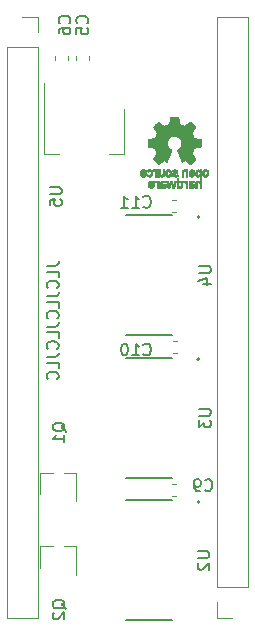
<source format=gbr>
%TF.GenerationSoftware,KiCad,Pcbnew,(6.0.0)*%
%TF.CreationDate,2023-01-28T16:33:02+01:00*%
%TF.ProjectId,MH106Enhanced,4d483130-3645-46e6-9861-6e6365642e6b,1*%
%TF.SameCoordinates,PX5255c88PY54c81a0*%
%TF.FileFunction,Legend,Bot*%
%TF.FilePolarity,Positive*%
%FSLAX46Y46*%
G04 Gerber Fmt 4.6, Leading zero omitted, Abs format (unit mm)*
G04 Created by KiCad (PCBNEW (6.0.0)) date 2023-01-28 16:33:02*
%MOMM*%
%LPD*%
G01*
G04 APERTURE LIST*
%ADD10C,0.152400*%
%ADD11C,0.150000*%
%ADD12C,0.010000*%
%ADD13C,0.120000*%
%ADD14C,0.127000*%
%ADD15C,0.200000*%
G04 APERTURE END LIST*
D10*
X4617780Y31019048D02*
X5332066Y31019048D01*
X5474923Y31066667D01*
X5570161Y31161905D01*
X5617780Y31304762D01*
X5617780Y31400000D01*
X5617780Y30066667D02*
X5617780Y30542858D01*
X4617780Y30542858D01*
X5522542Y29161905D02*
X5570161Y29209524D01*
X5617780Y29352381D01*
X5617780Y29447620D01*
X5570161Y29590477D01*
X5474923Y29685715D01*
X5379685Y29733334D01*
X5189209Y29780953D01*
X5046352Y29780953D01*
X4855876Y29733334D01*
X4760638Y29685715D01*
X4665400Y29590477D01*
X4617780Y29447620D01*
X4617780Y29352381D01*
X4665400Y29209524D01*
X4713019Y29161905D01*
X4617780Y28447620D02*
X5332066Y28447620D01*
X5474923Y28495239D01*
X5570161Y28590477D01*
X5617780Y28733334D01*
X5617780Y28828572D01*
X5617780Y27495239D02*
X5617780Y27971429D01*
X4617780Y27971429D01*
X5522542Y26590477D02*
X5570161Y26638096D01*
X5617780Y26780953D01*
X5617780Y26876191D01*
X5570161Y27019048D01*
X5474923Y27114286D01*
X5379685Y27161905D01*
X5189209Y27209524D01*
X5046352Y27209524D01*
X4855876Y27161905D01*
X4760638Y27114286D01*
X4665400Y27019048D01*
X4617780Y26876191D01*
X4617780Y26780953D01*
X4665400Y26638096D01*
X4713019Y26590477D01*
X4617780Y25876191D02*
X5332066Y25876191D01*
X5474923Y25923810D01*
X5570161Y26019048D01*
X5617780Y26161905D01*
X5617780Y26257143D01*
X5617780Y24923810D02*
X5617780Y25400000D01*
X4617780Y25400000D01*
X5522542Y24019048D02*
X5570161Y24066667D01*
X5617780Y24209524D01*
X5617780Y24304762D01*
X5570161Y24447620D01*
X5474923Y24542858D01*
X5379685Y24590477D01*
X5189209Y24638096D01*
X5046352Y24638096D01*
X4855876Y24590477D01*
X4760638Y24542858D01*
X4665400Y24447620D01*
X4617780Y24304762D01*
X4617780Y24209524D01*
X4665400Y24066667D01*
X4713019Y24019048D01*
X4617780Y23304762D02*
X5332066Y23304762D01*
X5474923Y23352381D01*
X5570161Y23447620D01*
X5617780Y23590477D01*
X5617780Y23685715D01*
X5617780Y22352381D02*
X5617780Y22828572D01*
X4617780Y22828572D01*
X5522542Y21447620D02*
X5570161Y21495239D01*
X5617780Y21638096D01*
X5617780Y21733334D01*
X5570161Y21876191D01*
X5474923Y21971429D01*
X5379685Y22019048D01*
X5189209Y22066667D01*
X5046352Y22066667D01*
X4855876Y22019048D01*
X4760638Y21971429D01*
X4665400Y21876191D01*
X4617780Y21733334D01*
X4617780Y21638096D01*
X4665400Y21495239D01*
X4713019Y21447620D01*
D11*
%TO.C,C9*%
X18032066Y12042858D02*
X18079685Y11995239D01*
X18222542Y11947620D01*
X18317780Y11947620D01*
X18460638Y11995239D01*
X18555876Y12090477D01*
X18603495Y12185715D01*
X18651114Y12376191D01*
X18651114Y12519048D01*
X18603495Y12709524D01*
X18555876Y12804762D01*
X18460638Y12900000D01*
X18317780Y12947620D01*
X18222542Y12947620D01*
X18079685Y12900000D01*
X18032066Y12852381D01*
X17555876Y11947620D02*
X17365400Y11947620D01*
X17270161Y11995239D01*
X17222542Y12042858D01*
X17127304Y12185715D01*
X17079685Y12376191D01*
X17079685Y12757143D01*
X17127304Y12852381D01*
X17174923Y12900000D01*
X17270161Y12947620D01*
X17460638Y12947620D01*
X17555876Y12900000D01*
X17603495Y12852381D01*
X17651114Y12757143D01*
X17651114Y12519048D01*
X17603495Y12423810D01*
X17555876Y12376191D01*
X17460638Y12328572D01*
X17270161Y12328572D01*
X17174923Y12376191D01*
X17127304Y12423810D01*
X17079685Y12519048D01*
%TO.C,C6*%
X6522542Y51566667D02*
X6570161Y51614286D01*
X6617780Y51757143D01*
X6617780Y51852381D01*
X6570161Y51995239D01*
X6474923Y52090477D01*
X6379685Y52138096D01*
X6189209Y52185715D01*
X6046352Y52185715D01*
X5855876Y52138096D01*
X5760638Y52090477D01*
X5665400Y51995239D01*
X5617780Y51852381D01*
X5617780Y51757143D01*
X5665400Y51614286D01*
X5713019Y51566667D01*
X5617780Y50709524D02*
X5617780Y50900000D01*
X5665400Y50995239D01*
X5713019Y51042858D01*
X5855876Y51138096D01*
X6046352Y51185715D01*
X6427304Y51185715D01*
X6522542Y51138096D01*
X6570161Y51090477D01*
X6617780Y50995239D01*
X6617780Y50804762D01*
X6570161Y50709524D01*
X6522542Y50661905D01*
X6427304Y50614286D01*
X6189209Y50614286D01*
X6093971Y50661905D01*
X6046352Y50709524D01*
X5998733Y50804762D01*
X5998733Y50995239D01*
X6046352Y51090477D01*
X6093971Y51138096D01*
X6189209Y51185715D01*
%TO.C,U4*%
X17511780Y30987905D02*
X18321304Y30987905D01*
X18416542Y30940286D01*
X18464161Y30892667D01*
X18511780Y30797429D01*
X18511780Y30606953D01*
X18464161Y30511715D01*
X18416542Y30464096D01*
X18321304Y30416477D01*
X17511780Y30416477D01*
X17845114Y29511715D02*
X18511780Y29511715D01*
X17464161Y29749810D02*
X18178447Y29987905D01*
X18178447Y29368858D01*
%TO.C,C10*%
X12808257Y23542858D02*
X12855876Y23495239D01*
X12998733Y23447620D01*
X13093971Y23447620D01*
X13236828Y23495239D01*
X13332066Y23590477D01*
X13379685Y23685715D01*
X13427304Y23876191D01*
X13427304Y24019048D01*
X13379685Y24209524D01*
X13332066Y24304762D01*
X13236828Y24400000D01*
X13093971Y24447620D01*
X12998733Y24447620D01*
X12855876Y24400000D01*
X12808257Y24352381D01*
X11855876Y23447620D02*
X12427304Y23447620D01*
X12141590Y23447620D02*
X12141590Y24447620D01*
X12236828Y24304762D01*
X12332066Y24209524D01*
X12427304Y24161905D01*
X11236828Y24447620D02*
X11141590Y24447620D01*
X11046352Y24400000D01*
X10998733Y24352381D01*
X10951114Y24257143D01*
X10903495Y24066667D01*
X10903495Y23828572D01*
X10951114Y23638096D01*
X10998733Y23542858D01*
X11046352Y23495239D01*
X11141590Y23447620D01*
X11236828Y23447620D01*
X11332066Y23495239D01*
X11379685Y23542858D01*
X11427304Y23638096D01*
X11474923Y23828572D01*
X11474923Y24066667D01*
X11427304Y24257143D01*
X11379685Y24352381D01*
X11332066Y24400000D01*
X11236828Y24447620D01*
%TO.C,C11*%
X12808257Y36042858D02*
X12855876Y35995239D01*
X12998733Y35947620D01*
X13093971Y35947620D01*
X13236828Y35995239D01*
X13332066Y36090477D01*
X13379685Y36185715D01*
X13427304Y36376191D01*
X13427304Y36519048D01*
X13379685Y36709524D01*
X13332066Y36804762D01*
X13236828Y36900000D01*
X13093971Y36947620D01*
X12998733Y36947620D01*
X12855876Y36900000D01*
X12808257Y36852381D01*
X11855876Y35947620D02*
X12427304Y35947620D01*
X12141590Y35947620D02*
X12141590Y36947620D01*
X12236828Y36804762D01*
X12332066Y36709524D01*
X12427304Y36661905D01*
X10903495Y35947620D02*
X11474923Y35947620D01*
X11189209Y35947620D02*
X11189209Y36947620D01*
X11284447Y36804762D01*
X11379685Y36709524D01*
X11474923Y36661905D01*
%TO.C,C5*%
X8022542Y51566667D02*
X8070161Y51614286D01*
X8117780Y51757143D01*
X8117780Y51852381D01*
X8070161Y51995239D01*
X7974923Y52090477D01*
X7879685Y52138096D01*
X7689209Y52185715D01*
X7546352Y52185715D01*
X7355876Y52138096D01*
X7260638Y52090477D01*
X7165400Y51995239D01*
X7117780Y51852381D01*
X7117780Y51757143D01*
X7165400Y51614286D01*
X7213019Y51566667D01*
X7117780Y50661905D02*
X7117780Y51138096D01*
X7593971Y51185715D01*
X7546352Y51138096D01*
X7498733Y51042858D01*
X7498733Y50804762D01*
X7546352Y50709524D01*
X7593971Y50661905D01*
X7689209Y50614286D01*
X7927304Y50614286D01*
X8022542Y50661905D01*
X8070161Y50709524D01*
X8117780Y50804762D01*
X8117780Y51042858D01*
X8070161Y51138096D01*
X8022542Y51185715D01*
%TO.C,Q2*%
X6213019Y1995239D02*
X6165400Y2090477D01*
X6070161Y2185715D01*
X5927304Y2328572D01*
X5879685Y2423810D01*
X5879685Y2519048D01*
X6117780Y2471429D02*
X6070161Y2566667D01*
X5974923Y2661905D01*
X5784447Y2709524D01*
X5451114Y2709524D01*
X5260638Y2661905D01*
X5165400Y2566667D01*
X5117780Y2471429D01*
X5117780Y2280953D01*
X5165400Y2185715D01*
X5260638Y2090477D01*
X5451114Y2042858D01*
X5784447Y2042858D01*
X5974923Y2090477D01*
X6070161Y2185715D01*
X6117780Y2280953D01*
X6117780Y2471429D01*
X5213019Y1661905D02*
X5165400Y1614286D01*
X5117780Y1519048D01*
X5117780Y1280953D01*
X5165400Y1185715D01*
X5213019Y1138096D01*
X5308257Y1090477D01*
X5403495Y1090477D01*
X5546352Y1138096D01*
X6117780Y1709524D01*
X6117780Y1090477D01*
%TO.C,Q1*%
X6213019Y16995239D02*
X6165400Y17090477D01*
X6070161Y17185715D01*
X5927304Y17328572D01*
X5879685Y17423810D01*
X5879685Y17519048D01*
X6117780Y17471429D02*
X6070161Y17566667D01*
X5974923Y17661905D01*
X5784447Y17709524D01*
X5451114Y17709524D01*
X5260638Y17661905D01*
X5165400Y17566667D01*
X5117780Y17471429D01*
X5117780Y17280953D01*
X5165400Y17185715D01*
X5260638Y17090477D01*
X5451114Y17042858D01*
X5784447Y17042858D01*
X5974923Y17090477D01*
X6070161Y17185715D01*
X6117780Y17280953D01*
X6117780Y17471429D01*
X6117780Y16090477D02*
X6117780Y16661905D01*
X6117780Y16376191D02*
X5117780Y16376191D01*
X5260638Y16471429D01*
X5355876Y16566667D01*
X5403495Y16661905D01*
%TO.C,U3*%
X17511780Y18922905D02*
X18321304Y18922905D01*
X18416542Y18875286D01*
X18464161Y18827667D01*
X18511780Y18732429D01*
X18511780Y18541953D01*
X18464161Y18446715D01*
X18416542Y18399096D01*
X18321304Y18351477D01*
X17511780Y18351477D01*
X17511780Y17970524D02*
X17511780Y17351477D01*
X17892733Y17684810D01*
X17892733Y17541953D01*
X17940352Y17446715D01*
X17987971Y17399096D01*
X18083209Y17351477D01*
X18321304Y17351477D01*
X18416542Y17399096D01*
X18464161Y17446715D01*
X18511780Y17541953D01*
X18511780Y17827667D01*
X18464161Y17922905D01*
X18416542Y17970524D01*
%TO.C,U2*%
X17384780Y6857905D02*
X18194304Y6857905D01*
X18289542Y6810286D01*
X18337161Y6762667D01*
X18384780Y6667429D01*
X18384780Y6476953D01*
X18337161Y6381715D01*
X18289542Y6334096D01*
X18194304Y6286477D01*
X17384780Y6286477D01*
X17480019Y5857905D02*
X17432400Y5810286D01*
X17384780Y5715048D01*
X17384780Y5476953D01*
X17432400Y5381715D01*
X17480019Y5334096D01*
X17575257Y5286477D01*
X17670495Y5286477D01*
X17813352Y5334096D01*
X18384780Y5905524D01*
X18384780Y5286477D01*
%TO.C,U5*%
X4867780Y37661905D02*
X5677304Y37661905D01*
X5772542Y37614286D01*
X5820161Y37566667D01*
X5867780Y37471429D01*
X5867780Y37280953D01*
X5820161Y37185715D01*
X5772542Y37138096D01*
X5677304Y37090477D01*
X4867780Y37090477D01*
X4867780Y36138096D02*
X4867780Y36614286D01*
X5343971Y36661905D01*
X5296352Y36614286D01*
X5248733Y36519048D01*
X5248733Y36280953D01*
X5296352Y36185715D01*
X5343971Y36138096D01*
X5439209Y36090477D01*
X5677304Y36090477D01*
X5772542Y36138096D01*
X5820161Y36185715D01*
X5867780Y36280953D01*
X5867780Y36519048D01*
X5820161Y36614286D01*
X5772542Y36661905D01*
D12*
%TO.C,REF\u002A\u002A*%
X17324159Y39180816D02*
X17297647Y39167718D01*
X17297647Y39167718D02*
X17264953Y39144894D01*
X17264953Y39144894D02*
X17241125Y39120004D01*
X17241125Y39120004D02*
X17224806Y39088751D01*
X17224806Y39088751D02*
X17214640Y39046834D01*
X17214640Y39046834D02*
X17209272Y38989956D01*
X17209272Y38989956D02*
X17207344Y38913816D01*
X17207344Y38913816D02*
X17207231Y38881083D01*
X17207231Y38881083D02*
X17207561Y38809344D01*
X17207561Y38809344D02*
X17208927Y38758073D01*
X17208927Y38758073D02*
X17211900Y38722596D01*
X17211900Y38722596D02*
X17217049Y38698237D01*
X17217049Y38698237D02*
X17224943Y38680320D01*
X17224943Y38680320D02*
X17233157Y38668098D01*
X17233157Y38668098D02*
X17285587Y38616095D01*
X17285587Y38616095D02*
X17347330Y38584816D01*
X17347330Y38584816D02*
X17413936Y38575408D01*
X17413936Y38575408D02*
X17480958Y38589020D01*
X17480958Y38589020D02*
X17502192Y38598646D01*
X17502192Y38598646D02*
X17553024Y38625141D01*
X17553024Y38625141D02*
X17553024Y38209948D01*
X17553024Y38209948D02*
X17515925Y38229132D01*
X17515925Y38229132D02*
X17467043Y38243975D01*
X17467043Y38243975D02*
X17406961Y38247778D01*
X17406961Y38247778D02*
X17346964Y38240757D01*
X17346964Y38240757D02*
X17301656Y38224987D01*
X17301656Y38224987D02*
X17264075Y38194953D01*
X17264075Y38194953D02*
X17231964Y38151976D01*
X17231964Y38151976D02*
X17229550Y38147564D01*
X17229550Y38147564D02*
X17219367Y38126779D01*
X17219367Y38126779D02*
X17211930Y38105830D01*
X17211930Y38105830D02*
X17206811Y38080452D01*
X17206811Y38080452D02*
X17203581Y38046382D01*
X17203581Y38046382D02*
X17201813Y37999359D01*
X17201813Y37999359D02*
X17201077Y37935118D01*
X17201077Y37935118D02*
X17200944Y37862824D01*
X17200944Y37862824D02*
X17200944Y37632178D01*
X17200944Y37632178D02*
X17339261Y37632178D01*
X17339261Y37632178D02*
X17339261Y38057467D01*
X17339261Y38057467D02*
X17377949Y38090021D01*
X17377949Y38090021D02*
X17418138Y38116060D01*
X17418138Y38116060D02*
X17456197Y38120795D01*
X17456197Y38120795D02*
X17494466Y38108611D01*
X17494466Y38108611D02*
X17514862Y38096680D01*
X17514862Y38096680D02*
X17530042Y38079687D01*
X17530042Y38079687D02*
X17540838Y38054005D01*
X17540838Y38054005D02*
X17548083Y38016009D01*
X17548083Y38016009D02*
X17552608Y37962074D01*
X17552608Y37962074D02*
X17555244Y37888575D01*
X17555244Y37888575D02*
X17556172Y37839653D01*
X17556172Y37839653D02*
X17559311Y37638465D01*
X17559311Y37638465D02*
X17625326Y37634664D01*
X17625326Y37634664D02*
X17691340Y37630864D01*
X17691340Y37630864D02*
X17691340Y38879350D01*
X17691340Y38879350D02*
X17553024Y38879350D01*
X17553024Y38879350D02*
X17549497Y38809746D01*
X17549497Y38809746D02*
X17537615Y38761431D01*
X17537615Y38761431D02*
X17515420Y38731369D01*
X17515420Y38731369D02*
X17480959Y38716529D01*
X17480959Y38716529D02*
X17446142Y38713564D01*
X17446142Y38713564D02*
X17406729Y38716972D01*
X17406729Y38716972D02*
X17380571Y38730383D01*
X17380571Y38730383D02*
X17364214Y38748104D01*
X17364214Y38748104D02*
X17351337Y38767165D01*
X17351337Y38767165D02*
X17343672Y38788399D01*
X17343672Y38788399D02*
X17340261Y38818151D01*
X17340261Y38818151D02*
X17340149Y38862764D01*
X17340149Y38862764D02*
X17341297Y38900120D01*
X17341297Y38900120D02*
X17343932Y38956396D01*
X17343932Y38956396D02*
X17347856Y38993342D01*
X17347856Y38993342D02*
X17354463Y39016777D01*
X17354463Y39016777D02*
X17365149Y39032520D01*
X17365149Y39032520D02*
X17375233Y39041620D01*
X17375233Y39041620D02*
X17417370Y39061463D01*
X17417370Y39061463D02*
X17467240Y39064668D01*
X17467240Y39064668D02*
X17495876Y39057832D01*
X17495876Y39057832D02*
X17524228Y39033536D01*
X17524228Y39033536D02*
X17543009Y38986272D01*
X17543009Y38986272D02*
X17552112Y38916376D01*
X17552112Y38916376D02*
X17553024Y38879350D01*
X17553024Y38879350D02*
X17691340Y38879350D01*
X17691340Y38879350D02*
X17691340Y39191386D01*
X17691340Y39191386D02*
X17622182Y39191386D01*
X17622182Y39191386D02*
X17580660Y39189744D01*
X17580660Y39189744D02*
X17559238Y39183913D01*
X17559238Y39183913D02*
X17553026Y39172539D01*
X17553026Y39172539D02*
X17553024Y39172202D01*
X17553024Y39172202D02*
X17550142Y39161062D01*
X17550142Y39161062D02*
X17537430Y39162327D01*
X17537430Y39162327D02*
X17512157Y39174567D01*
X17512157Y39174567D02*
X17453269Y39193293D01*
X17453269Y39193293D02*
X17387015Y39195261D01*
X17387015Y39195261D02*
X17324159Y39180816D01*
X17324159Y39180816D02*
X17324159Y39180816D01*
G36*
X17625326Y37634664D02*
G01*
X17559311Y37638465D01*
X17556172Y37839653D01*
X17555244Y37888575D01*
X17552608Y37962074D01*
X17548083Y38016009D01*
X17540838Y38054005D01*
X17530042Y38079687D01*
X17514862Y38096680D01*
X17494466Y38108611D01*
X17456197Y38120795D01*
X17418138Y38116060D01*
X17377949Y38090021D01*
X17339261Y38057467D01*
X17339261Y37632178D01*
X17200944Y37632178D01*
X17200944Y37862824D01*
X17201077Y37935118D01*
X17201813Y37999359D01*
X17203581Y38046382D01*
X17206811Y38080452D01*
X17211930Y38105830D01*
X17219367Y38126779D01*
X17229550Y38147564D01*
X17231964Y38151976D01*
X17264075Y38194953D01*
X17301656Y38224987D01*
X17346964Y38240757D01*
X17406961Y38247778D01*
X17467043Y38243975D01*
X17515925Y38229132D01*
X17553024Y38209948D01*
X17553024Y38625141D01*
X17502192Y38598646D01*
X17480958Y38589020D01*
X17413936Y38575408D01*
X17347330Y38584816D01*
X17285587Y38616095D01*
X17233157Y38668098D01*
X17224943Y38680320D01*
X17217049Y38698237D01*
X17211900Y38722596D01*
X17208927Y38758073D01*
X17207561Y38809344D01*
X17207315Y38862764D01*
X17340149Y38862764D01*
X17340261Y38818151D01*
X17343672Y38788399D01*
X17351337Y38767165D01*
X17364214Y38748104D01*
X17380571Y38730383D01*
X17406729Y38716972D01*
X17446142Y38713564D01*
X17480959Y38716529D01*
X17515420Y38731369D01*
X17537615Y38761431D01*
X17549497Y38809746D01*
X17553024Y38879350D01*
X17552112Y38916376D01*
X17543009Y38986272D01*
X17524228Y39033536D01*
X17495876Y39057832D01*
X17467240Y39064668D01*
X17417370Y39061463D01*
X17375233Y39041620D01*
X17365149Y39032520D01*
X17354463Y39016777D01*
X17347856Y38993342D01*
X17343932Y38956396D01*
X17341297Y38900120D01*
X17340149Y38862764D01*
X17207315Y38862764D01*
X17207231Y38881083D01*
X17207344Y38913816D01*
X17209272Y38989956D01*
X17214640Y39046834D01*
X17224806Y39088751D01*
X17241125Y39120004D01*
X17264953Y39144894D01*
X17297647Y39167718D01*
X17324159Y39180816D01*
X17387015Y39195261D01*
X17453269Y39193293D01*
X17512157Y39174567D01*
X17537430Y39162327D01*
X17550142Y39161062D01*
X17553024Y39172202D01*
X17553026Y39172539D01*
X17559238Y39183913D01*
X17580660Y39189744D01*
X17622182Y39191386D01*
X17691340Y39191386D01*
X17691340Y37630864D01*
X17625326Y37634664D01*
G37*
X17625326Y37634664D02*
X17559311Y37638465D01*
X17556172Y37839653D01*
X17555244Y37888575D01*
X17552608Y37962074D01*
X17548083Y38016009D01*
X17540838Y38054005D01*
X17530042Y38079687D01*
X17514862Y38096680D01*
X17494466Y38108611D01*
X17456197Y38120795D01*
X17418138Y38116060D01*
X17377949Y38090021D01*
X17339261Y38057467D01*
X17339261Y37632178D01*
X17200944Y37632178D01*
X17200944Y37862824D01*
X17201077Y37935118D01*
X17201813Y37999359D01*
X17203581Y38046382D01*
X17206811Y38080452D01*
X17211930Y38105830D01*
X17219367Y38126779D01*
X17229550Y38147564D01*
X17231964Y38151976D01*
X17264075Y38194953D01*
X17301656Y38224987D01*
X17346964Y38240757D01*
X17406961Y38247778D01*
X17467043Y38243975D01*
X17515925Y38229132D01*
X17553024Y38209948D01*
X17553024Y38625141D01*
X17502192Y38598646D01*
X17480958Y38589020D01*
X17413936Y38575408D01*
X17347330Y38584816D01*
X17285587Y38616095D01*
X17233157Y38668098D01*
X17224943Y38680320D01*
X17217049Y38698237D01*
X17211900Y38722596D01*
X17208927Y38758073D01*
X17207561Y38809344D01*
X17207315Y38862764D01*
X17340149Y38862764D01*
X17340261Y38818151D01*
X17343672Y38788399D01*
X17351337Y38767165D01*
X17364214Y38748104D01*
X17380571Y38730383D01*
X17406729Y38716972D01*
X17446142Y38713564D01*
X17480959Y38716529D01*
X17515420Y38731369D01*
X17537615Y38761431D01*
X17549497Y38809746D01*
X17553024Y38879350D01*
X17552112Y38916376D01*
X17543009Y38986272D01*
X17524228Y39033536D01*
X17495876Y39057832D01*
X17467240Y39064668D01*
X17417370Y39061463D01*
X17375233Y39041620D01*
X17365149Y39032520D01*
X17354463Y39016777D01*
X17347856Y38993342D01*
X17343932Y38956396D01*
X17341297Y38900120D01*
X17340149Y38862764D01*
X17207315Y38862764D01*
X17207231Y38881083D01*
X17207344Y38913816D01*
X17209272Y38989956D01*
X17214640Y39046834D01*
X17224806Y39088751D01*
X17241125Y39120004D01*
X17264953Y39144894D01*
X17297647Y39167718D01*
X17324159Y39180816D01*
X17387015Y39195261D01*
X17453269Y39193293D01*
X17512157Y39174567D01*
X17537430Y39162327D01*
X17550142Y39161062D01*
X17553024Y39172202D01*
X17553026Y39172539D01*
X17559238Y39183913D01*
X17580660Y39189744D01*
X17622182Y39191386D01*
X17691340Y39191386D01*
X17691340Y37630864D01*
X17625326Y37634664D01*
X16799610Y38243445D02*
X16740455Y38227661D01*
X16740455Y38227661D02*
X16695423Y38199052D01*
X16695423Y38199052D02*
X16663646Y38161581D01*
X16663646Y38161581D02*
X16653766Y38145589D01*
X16653766Y38145589D02*
X16646473Y38128837D01*
X16646473Y38128837D02*
X16641374Y38107408D01*
X16641374Y38107408D02*
X16638079Y38077384D01*
X16638079Y38077384D02*
X16636197Y38034846D01*
X16636197Y38034846D02*
X16635337Y37975878D01*
X16635337Y37975878D02*
X16635107Y37896560D01*
X16635107Y37896560D02*
X16635103Y37875516D01*
X16635103Y37875516D02*
X16635103Y37632178D01*
X16635103Y37632178D02*
X16695459Y37632178D01*
X16695459Y37632178D02*
X16733957Y37634874D01*
X16733957Y37634874D02*
X16762423Y37641705D01*
X16762423Y37641705D02*
X16769555Y37645917D01*
X16769555Y37645917D02*
X16789052Y37653187D01*
X16789052Y37653187D02*
X16808966Y37645917D01*
X16808966Y37645917D02*
X16841753Y37636840D01*
X16841753Y37636840D02*
X16889378Y37633187D01*
X16889378Y37633187D02*
X16942164Y37634772D01*
X16942164Y37634772D02*
X16990436Y37641411D01*
X16990436Y37641411D02*
X17018618Y37649928D01*
X17018618Y37649928D02*
X17073153Y37684937D01*
X17073153Y37684937D02*
X17107235Y37733521D01*
X17107235Y37733521D02*
X17122557Y37798118D01*
X17122557Y37798118D02*
X17122699Y37799777D01*
X17122699Y37799777D02*
X17121355Y37828434D01*
X17121355Y37828434D02*
X16999756Y37828434D01*
X16999756Y37828434D02*
X16989126Y37795839D01*
X16989126Y37795839D02*
X16971810Y37777495D01*
X16971810Y37777495D02*
X16937052Y37763621D01*
X16937052Y37763621D02*
X16891173Y37758083D01*
X16891173Y37758083D02*
X16844388Y37760809D01*
X16844388Y37760809D02*
X16806914Y37771726D01*
X16806914Y37771726D02*
X16796415Y37778731D01*
X16796415Y37778731D02*
X16778068Y37811096D01*
X16778068Y37811096D02*
X16773420Y37847889D01*
X16773420Y37847889D02*
X16773420Y37896237D01*
X16773420Y37896237D02*
X16842982Y37896237D01*
X16842982Y37896237D02*
X16909067Y37891150D01*
X16909067Y37891150D02*
X16959164Y37876737D01*
X16959164Y37876737D02*
X16990329Y37854271D01*
X16990329Y37854271D02*
X16999756Y37828434D01*
X16999756Y37828434D02*
X17121355Y37828434D01*
X17121355Y37828434D02*
X17119387Y37870353D01*
X17119387Y37870353D02*
X17096110Y37926155D01*
X17096110Y37926155D02*
X17052348Y37968353D01*
X17052348Y37968353D02*
X17046299Y37972192D01*
X17046299Y37972192D02*
X17020307Y37984691D01*
X17020307Y37984691D02*
X16988135Y37992260D01*
X16988135Y37992260D02*
X16943160Y37995939D01*
X16943160Y37995939D02*
X16889731Y37996784D01*
X16889731Y37996784D02*
X16773420Y37996831D01*
X16773420Y37996831D02*
X16773420Y38045589D01*
X16773420Y38045589D02*
X16778353Y38083419D01*
X16778353Y38083419D02*
X16790943Y38108764D01*
X16790943Y38108764D02*
X16792417Y38110113D01*
X16792417Y38110113D02*
X16820434Y38121200D01*
X16820434Y38121200D02*
X16862726Y38125497D01*
X16862726Y38125497D02*
X16909464Y38123385D01*
X16909464Y38123385D02*
X16950818Y38115244D01*
X16950818Y38115244D02*
X16975357Y38103035D01*
X16975357Y38103035D02*
X16988653Y38093254D01*
X16988653Y38093254D02*
X17002694Y38091387D01*
X17002694Y38091387D02*
X17022071Y38099400D01*
X17022071Y38099400D02*
X17051376Y38119261D01*
X17051376Y38119261D02*
X17095203Y38152937D01*
X17095203Y38152937D02*
X17099225Y38156091D01*
X17099225Y38156091D02*
X17097164Y38167764D01*
X17097164Y38167764D02*
X17079968Y38187178D01*
X17079968Y38187178D02*
X17053833Y38208752D01*
X17053833Y38208752D02*
X17024952Y38226904D01*
X17024952Y38226904D02*
X17015878Y38231191D01*
X17015878Y38231191D02*
X16982780Y38239744D01*
X16982780Y38239744D02*
X16934280Y38245845D01*
X16934280Y38245845D02*
X16880095Y38248292D01*
X16880095Y38248292D02*
X16877561Y38248297D01*
X16877561Y38248297D02*
X16799610Y38243445D01*
X16799610Y38243445D02*
X16799610Y38243445D01*
G36*
X17122557Y37798118D02*
G01*
X17107235Y37733521D01*
X17073153Y37684937D01*
X17018618Y37649928D01*
X16990436Y37641411D01*
X16942164Y37634772D01*
X16889378Y37633187D01*
X16841753Y37636840D01*
X16808966Y37645917D01*
X16789052Y37653187D01*
X16769555Y37645917D01*
X16762423Y37641705D01*
X16733957Y37634874D01*
X16695459Y37632178D01*
X16635103Y37632178D01*
X16635103Y37847889D01*
X16773420Y37847889D01*
X16778068Y37811096D01*
X16796415Y37778731D01*
X16806914Y37771726D01*
X16844388Y37760809D01*
X16891173Y37758083D01*
X16937052Y37763621D01*
X16971810Y37777495D01*
X16989126Y37795839D01*
X16999756Y37828434D01*
X16990329Y37854271D01*
X16959164Y37876737D01*
X16909067Y37891150D01*
X16842982Y37896237D01*
X16773420Y37896237D01*
X16773420Y37847889D01*
X16635103Y37847889D01*
X16635103Y37875516D01*
X16635107Y37896560D01*
X16635337Y37975878D01*
X16636197Y38034846D01*
X16638079Y38077384D01*
X16641374Y38107408D01*
X16646473Y38128837D01*
X16653766Y38145589D01*
X16663646Y38161581D01*
X16695423Y38199052D01*
X16740455Y38227661D01*
X16799610Y38243445D01*
X16877561Y38248297D01*
X16880095Y38248292D01*
X16934280Y38245845D01*
X16982780Y38239744D01*
X17015878Y38231191D01*
X17024952Y38226904D01*
X17053833Y38208752D01*
X17079968Y38187178D01*
X17097164Y38167764D01*
X17099225Y38156091D01*
X17095203Y38152937D01*
X17051376Y38119261D01*
X17022071Y38099400D01*
X17002694Y38091387D01*
X16988653Y38093254D01*
X16975357Y38103035D01*
X16950818Y38115244D01*
X16909464Y38123385D01*
X16862726Y38125497D01*
X16820434Y38121200D01*
X16792417Y38110113D01*
X16790943Y38108764D01*
X16778353Y38083419D01*
X16773420Y38045589D01*
X16773420Y37996831D01*
X16889731Y37996784D01*
X16943160Y37995939D01*
X16988135Y37992260D01*
X17020307Y37984691D01*
X17046299Y37972192D01*
X17052348Y37968353D01*
X17096110Y37926155D01*
X17119387Y37870353D01*
X17121355Y37828434D01*
X17122699Y37799777D01*
X17122557Y37798118D01*
G37*
X17122557Y37798118D02*
X17107235Y37733521D01*
X17073153Y37684937D01*
X17018618Y37649928D01*
X16990436Y37641411D01*
X16942164Y37634772D01*
X16889378Y37633187D01*
X16841753Y37636840D01*
X16808966Y37645917D01*
X16789052Y37653187D01*
X16769555Y37645917D01*
X16762423Y37641705D01*
X16733957Y37634874D01*
X16695459Y37632178D01*
X16635103Y37632178D01*
X16635103Y37847889D01*
X16773420Y37847889D01*
X16778068Y37811096D01*
X16796415Y37778731D01*
X16806914Y37771726D01*
X16844388Y37760809D01*
X16891173Y37758083D01*
X16937052Y37763621D01*
X16971810Y37777495D01*
X16989126Y37795839D01*
X16999756Y37828434D01*
X16990329Y37854271D01*
X16959164Y37876737D01*
X16909067Y37891150D01*
X16842982Y37896237D01*
X16773420Y37896237D01*
X16773420Y37847889D01*
X16635103Y37847889D01*
X16635103Y37875516D01*
X16635107Y37896560D01*
X16635337Y37975878D01*
X16636197Y38034846D01*
X16638079Y38077384D01*
X16641374Y38107408D01*
X16646473Y38128837D01*
X16653766Y38145589D01*
X16663646Y38161581D01*
X16695423Y38199052D01*
X16740455Y38227661D01*
X16799610Y38243445D01*
X16877561Y38248297D01*
X16880095Y38248292D01*
X16934280Y38245845D01*
X16982780Y38239744D01*
X17015878Y38231191D01*
X17024952Y38226904D01*
X17053833Y38208752D01*
X17079968Y38187178D01*
X17097164Y38167764D01*
X17099225Y38156091D01*
X17095203Y38152937D01*
X17051376Y38119261D01*
X17022071Y38099400D01*
X17002694Y38091387D01*
X16988653Y38093254D01*
X16975357Y38103035D01*
X16950818Y38115244D01*
X16909464Y38123385D01*
X16862726Y38125497D01*
X16820434Y38121200D01*
X16792417Y38110113D01*
X16790943Y38108764D01*
X16778353Y38083419D01*
X16773420Y38045589D01*
X16773420Y37996831D01*
X16889731Y37996784D01*
X16943160Y37995939D01*
X16988135Y37992260D01*
X17020307Y37984691D01*
X17046299Y37972192D01*
X17052348Y37968353D01*
X17096110Y37926155D01*
X17119387Y37870353D01*
X17121355Y37828434D01*
X17122699Y37799777D01*
X17122557Y37798118D01*
X16408756Y38246980D02*
X16389939Y38241340D01*
X16389939Y38241340D02*
X16383873Y38228947D01*
X16383873Y38228947D02*
X16383618Y38223353D01*
X16383618Y38223353D02*
X16382529Y38207770D01*
X16382529Y38207770D02*
X16375032Y38205324D01*
X16375032Y38205324D02*
X16354781Y38216007D01*
X16354781Y38216007D02*
X16342751Y38223306D01*
X16342751Y38223306D02*
X16304800Y38238937D01*
X16304800Y38238937D02*
X16259472Y38246666D01*
X16259472Y38246666D02*
X16211944Y38247260D01*
X16211944Y38247260D02*
X16167395Y38241487D01*
X16167395Y38241487D02*
X16131002Y38230116D01*
X16131002Y38230116D02*
X16107943Y38213912D01*
X16107943Y38213912D02*
X16103396Y38193645D01*
X16103396Y38193645D02*
X16105691Y38188157D01*
X16105691Y38188157D02*
X16122420Y38165374D01*
X16122420Y38165374D02*
X16148363Y38137353D01*
X16148363Y38137353D02*
X16153055Y38132823D01*
X16153055Y38132823D02*
X16177783Y38111995D01*
X16177783Y38111995D02*
X16199118Y38105265D01*
X16199118Y38105265D02*
X16228955Y38109962D01*
X16228955Y38109962D02*
X16240908Y38113083D01*
X16240908Y38113083D02*
X16278105Y38120579D01*
X16278105Y38120579D02*
X16304259Y38117208D01*
X16304259Y38117208D02*
X16326346Y38105319D01*
X16326346Y38105319D02*
X16346578Y38089365D01*
X16346578Y38089365D02*
X16361479Y38069300D01*
X16361479Y38069300D02*
X16371834Y38041298D01*
X16371834Y38041298D02*
X16378429Y38001533D01*
X16378429Y38001533D02*
X16382049Y37946177D01*
X16382049Y37946177D02*
X16383478Y37871406D01*
X16383478Y37871406D02*
X16383618Y37826260D01*
X16383618Y37826260D02*
X16383618Y37632178D01*
X16383618Y37632178D02*
X16509360Y37632178D01*
X16509360Y37632178D02*
X16509360Y38248317D01*
X16509360Y38248317D02*
X16446489Y38248317D01*
X16446489Y38248317D02*
X16408756Y38246980D01*
X16408756Y38246980D02*
X16408756Y38246980D01*
G36*
X16509360Y37632178D02*
G01*
X16383618Y37632178D01*
X16383618Y37826260D01*
X16383478Y37871406D01*
X16382049Y37946177D01*
X16378429Y38001533D01*
X16371834Y38041298D01*
X16361479Y38069300D01*
X16346578Y38089365D01*
X16326346Y38105319D01*
X16304259Y38117208D01*
X16278105Y38120579D01*
X16240908Y38113083D01*
X16228955Y38109962D01*
X16199118Y38105265D01*
X16177783Y38111995D01*
X16153055Y38132823D01*
X16148363Y38137353D01*
X16122420Y38165374D01*
X16105691Y38188157D01*
X16103396Y38193645D01*
X16107943Y38213912D01*
X16131002Y38230116D01*
X16167395Y38241487D01*
X16211944Y38247260D01*
X16259472Y38246666D01*
X16304800Y38238937D01*
X16342751Y38223306D01*
X16354781Y38216007D01*
X16375032Y38205324D01*
X16382529Y38207770D01*
X16383618Y38223353D01*
X16383873Y38228947D01*
X16389939Y38241340D01*
X16408756Y38246980D01*
X16446489Y38248317D01*
X16509360Y38248317D01*
X16509360Y37632178D01*
G37*
X16509360Y37632178D02*
X16383618Y37632178D01*
X16383618Y37826260D01*
X16383478Y37871406D01*
X16382049Y37946177D01*
X16378429Y38001533D01*
X16371834Y38041298D01*
X16361479Y38069300D01*
X16346578Y38089365D01*
X16326346Y38105319D01*
X16304259Y38117208D01*
X16278105Y38120579D01*
X16240908Y38113083D01*
X16228955Y38109962D01*
X16199118Y38105265D01*
X16177783Y38111995D01*
X16153055Y38132823D01*
X16148363Y38137353D01*
X16122420Y38165374D01*
X16105691Y38188157D01*
X16103396Y38193645D01*
X16107943Y38213912D01*
X16131002Y38230116D01*
X16167395Y38241487D01*
X16211944Y38247260D01*
X16259472Y38246666D01*
X16304800Y38238937D01*
X16342751Y38223306D01*
X16354781Y38216007D01*
X16375032Y38205324D01*
X16382529Y38207770D01*
X16383618Y38223353D01*
X16383873Y38228947D01*
X16389939Y38241340D01*
X16408756Y38246980D01*
X16446489Y38248317D01*
X16509360Y38248317D01*
X16509360Y37632178D01*
X15616588Y37632178D02*
X15685746Y37632178D01*
X15685746Y37632178D02*
X15725888Y37633355D01*
X15725888Y37633355D02*
X15746794Y37638228D01*
X15746794Y37638228D02*
X15754322Y37648814D01*
X15754322Y37648814D02*
X15754905Y37655971D01*
X15754905Y37655971D02*
X15756174Y37670324D01*
X15756174Y37670324D02*
X15764179Y37673077D01*
X15764179Y37673077D02*
X15785215Y37664229D01*
X15785215Y37664229D02*
X15801573Y37655971D01*
X15801573Y37655971D02*
X15864377Y37636403D01*
X15864377Y37636403D02*
X15932648Y37635271D01*
X15932648Y37635271D02*
X15988152Y37649865D01*
X15988152Y37649865D02*
X16039838Y37685123D01*
X16039838Y37685123D02*
X16079238Y37737165D01*
X16079238Y37737165D02*
X16100813Y37798550D01*
X16100813Y37798550D02*
X16101362Y37801982D01*
X16101362Y37801982D02*
X16104567Y37839429D01*
X16104567Y37839429D02*
X16106161Y37893187D01*
X16106161Y37893187D02*
X16106033Y37933845D01*
X16106033Y37933845D02*
X15968679Y37933845D01*
X15968679Y37933845D02*
X15965497Y37879806D01*
X15965497Y37879806D02*
X15958259Y37835265D01*
X15958259Y37835265D02*
X15948460Y37810112D01*
X15948460Y37810112D02*
X15911389Y37775740D01*
X15911389Y37775740D02*
X15867374Y37763418D01*
X15867374Y37763418D02*
X15821984Y37773382D01*
X15821984Y37773382D02*
X15783197Y37803105D01*
X15783197Y37803105D02*
X15768508Y37823095D01*
X15768508Y37823095D02*
X15759919Y37846950D01*
X15759919Y37846950D02*
X15755896Y37881770D01*
X15755896Y37881770D02*
X15754905Y37934070D01*
X15754905Y37934070D02*
X15756678Y37985861D01*
X15756678Y37985861D02*
X15761363Y38031366D01*
X15761363Y38031366D02*
X15768003Y38061819D01*
X15768003Y38061819D02*
X15769110Y38064548D01*
X15769110Y38064548D02*
X15795891Y38097000D01*
X15795891Y38097000D02*
X15834979Y38114817D01*
X15834979Y38114817D02*
X15878715Y38117694D01*
X15878715Y38117694D02*
X15919438Y38105326D01*
X15919438Y38105326D02*
X15949487Y38077407D01*
X15949487Y38077407D02*
X15952604Y38071852D01*
X15952604Y38071852D02*
X15962361Y38037978D01*
X15962361Y38037978D02*
X15967677Y37989272D01*
X15967677Y37989272D02*
X15968679Y37933845D01*
X15968679Y37933845D02*
X16106033Y37933845D01*
X16106033Y37933845D02*
X16105968Y37954460D01*
X16105968Y37954460D02*
X16105064Y37987437D01*
X16105064Y37987437D02*
X16098914Y38069019D01*
X16098914Y38069019D02*
X16086133Y38130270D01*
X16086133Y38130270D02*
X16064871Y38175551D01*
X16064871Y38175551D02*
X16033278Y38209221D01*
X16033278Y38209221D02*
X16002607Y38228986D01*
X16002607Y38228986D02*
X15959754Y38242880D01*
X15959754Y38242880D02*
X15906456Y38247646D01*
X15906456Y38247646D02*
X15851880Y38243764D01*
X15851880Y38243764D02*
X15805192Y38231718D01*
X15805192Y38231718D02*
X15780524Y38217307D01*
X15780524Y38217307D02*
X15754905Y38194122D01*
X15754905Y38194122D02*
X15754905Y38487227D01*
X15754905Y38487227D02*
X15616588Y38487227D01*
X15616588Y38487227D02*
X15616588Y37632178D01*
X15616588Y37632178D02*
X15616588Y37632178D01*
G36*
X16104567Y37839429D02*
G01*
X16101362Y37801982D01*
X16100813Y37798550D01*
X16079238Y37737165D01*
X16039838Y37685123D01*
X15988152Y37649865D01*
X15932648Y37635271D01*
X15864377Y37636403D01*
X15801573Y37655971D01*
X15785215Y37664229D01*
X15764179Y37673077D01*
X15756174Y37670324D01*
X15754905Y37655971D01*
X15754322Y37648814D01*
X15746794Y37638228D01*
X15725888Y37633355D01*
X15685746Y37632178D01*
X15616588Y37632178D01*
X15616588Y37934070D01*
X15754905Y37934070D01*
X15755896Y37881770D01*
X15759919Y37846950D01*
X15768508Y37823095D01*
X15783197Y37803105D01*
X15821984Y37773382D01*
X15867374Y37763418D01*
X15911389Y37775740D01*
X15948460Y37810112D01*
X15958259Y37835265D01*
X15965497Y37879806D01*
X15968679Y37933845D01*
X15967677Y37989272D01*
X15962361Y38037978D01*
X15952604Y38071852D01*
X15949487Y38077407D01*
X15919438Y38105326D01*
X15878715Y38117694D01*
X15834979Y38114817D01*
X15795891Y38097000D01*
X15769110Y38064548D01*
X15768003Y38061819D01*
X15761363Y38031366D01*
X15756678Y37985861D01*
X15754905Y37934070D01*
X15616588Y37934070D01*
X15616588Y38487227D01*
X15754905Y38487227D01*
X15754905Y38194122D01*
X15780524Y38217307D01*
X15805192Y38231718D01*
X15851880Y38243764D01*
X15906456Y38247646D01*
X15959754Y38242880D01*
X16002607Y38228986D01*
X16033278Y38209221D01*
X16064871Y38175551D01*
X16086133Y38130270D01*
X16098914Y38069019D01*
X16105064Y37987437D01*
X16105968Y37954460D01*
X16106033Y37933845D01*
X16106161Y37893187D01*
X16104567Y37839429D01*
G37*
X16104567Y37839429D02*
X16101362Y37801982D01*
X16100813Y37798550D01*
X16079238Y37737165D01*
X16039838Y37685123D01*
X15988152Y37649865D01*
X15932648Y37635271D01*
X15864377Y37636403D01*
X15801573Y37655971D01*
X15785215Y37664229D01*
X15764179Y37673077D01*
X15756174Y37670324D01*
X15754905Y37655971D01*
X15754322Y37648814D01*
X15746794Y37638228D01*
X15725888Y37633355D01*
X15685746Y37632178D01*
X15616588Y37632178D01*
X15616588Y37934070D01*
X15754905Y37934070D01*
X15755896Y37881770D01*
X15759919Y37846950D01*
X15768508Y37823095D01*
X15783197Y37803105D01*
X15821984Y37773382D01*
X15867374Y37763418D01*
X15911389Y37775740D01*
X15948460Y37810112D01*
X15958259Y37835265D01*
X15965497Y37879806D01*
X15968679Y37933845D01*
X15967677Y37989272D01*
X15962361Y38037978D01*
X15952604Y38071852D01*
X15949487Y38077407D01*
X15919438Y38105326D01*
X15878715Y38117694D01*
X15834979Y38114817D01*
X15795891Y38097000D01*
X15769110Y38064548D01*
X15768003Y38061819D01*
X15761363Y38031366D01*
X15756678Y37985861D01*
X15754905Y37934070D01*
X15616588Y37934070D01*
X15616588Y38487227D01*
X15754905Y38487227D01*
X15754905Y38194122D01*
X15780524Y38217307D01*
X15805192Y38231718D01*
X15851880Y38243764D01*
X15906456Y38247646D01*
X15959754Y38242880D01*
X16002607Y38228986D01*
X16033278Y38209221D01*
X16064871Y38175551D01*
X16086133Y38130270D01*
X16098914Y38069019D01*
X16105064Y37987437D01*
X16105968Y37954460D01*
X16106033Y37933845D01*
X16106161Y37893187D01*
X16104567Y37839429D01*
X15133876Y38245763D02*
X15084145Y38242029D01*
X15084145Y38242029D02*
X14954109Y37852227D01*
X14954109Y37852227D02*
X14933722Y37921386D01*
X14933722Y37921386D02*
X14921454Y37964126D01*
X14921454Y37964126D02*
X14905315Y38021885D01*
X14905315Y38021885D02*
X14887888Y38085375D01*
X14887888Y38085375D02*
X14878674Y38119430D01*
X14878674Y38119430D02*
X14844012Y38248317D01*
X14844012Y38248317D02*
X14701009Y38248317D01*
X14701009Y38248317D02*
X14743754Y38113143D01*
X14743754Y38113143D02*
X14764804Y38046658D01*
X14764804Y38046658D02*
X14790233Y37966461D01*
X14790233Y37966461D02*
X14816790Y37882807D01*
X14816790Y37882807D02*
X14840498Y37808218D01*
X14840498Y37808218D02*
X14894498Y37638465D01*
X14894498Y37638465D02*
X14952802Y37634672D01*
X14952802Y37634672D02*
X15011105Y37630878D01*
X15011105Y37630878D02*
X15042721Y37735266D01*
X15042721Y37735266D02*
X15062218Y37800111D01*
X15062218Y37800111D02*
X15083496Y37871600D01*
X15083496Y37871600D02*
X15102092Y37934737D01*
X15102092Y37934737D02*
X15102826Y37937250D01*
X15102826Y37937250D02*
X15116716Y37980031D01*
X15116716Y37980031D02*
X15128971Y38009221D01*
X15128971Y38009221D02*
X15137554Y38020259D01*
X15137554Y38020259D02*
X15139318Y38018982D01*
X15139318Y38018982D02*
X15145509Y38001870D01*
X15145509Y38001870D02*
X15157272Y37965213D01*
X15157272Y37965213D02*
X15173175Y37913622D01*
X15173175Y37913622D02*
X15191786Y37851706D01*
X15191786Y37851706D02*
X15201857Y37817648D01*
X15201857Y37817648D02*
X15256393Y37632178D01*
X15256393Y37632178D02*
X15372136Y37632178D01*
X15372136Y37632178D02*
X15464663Y37924529D01*
X15464663Y37924529D02*
X15490656Y38006538D01*
X15490656Y38006538D02*
X15514334Y38081013D01*
X15514334Y38081013D02*
X15534580Y38144456D01*
X15534580Y38144456D02*
X15550274Y38193368D01*
X15550274Y38193368D02*
X15560298Y38224251D01*
X15560298Y38224251D02*
X15563345Y38233274D01*
X15563345Y38233274D02*
X15560933Y38242513D01*
X15560933Y38242513D02*
X15541992Y38246559D01*
X15541992Y38246559D02*
X15502577Y38246154D01*
X15502577Y38246154D02*
X15496407Y38245848D01*
X15496407Y38245848D02*
X15423314Y38242029D01*
X15423314Y38242029D02*
X15375443Y38065990D01*
X15375443Y38065990D02*
X15357847Y38001789D01*
X15357847Y38001789D02*
X15342123Y37945351D01*
X15342123Y37945351D02*
X15329654Y37901578D01*
X15329654Y37901578D02*
X15321826Y37875370D01*
X15321826Y37875370D02*
X15320380Y37871097D01*
X15320380Y37871097D02*
X15314386Y37876010D01*
X15314386Y37876010D02*
X15302299Y37901468D01*
X15302299Y37901468D02*
X15285507Y37944003D01*
X15285507Y37944003D02*
X15265397Y38000150D01*
X15265397Y38000150D02*
X15248397Y38050870D01*
X15248397Y38050870D02*
X15183606Y38249496D01*
X15183606Y38249496D02*
X15133876Y38245763D01*
X15133876Y38245763D02*
X15133876Y38245763D01*
G36*
X15248397Y38050870D02*
G01*
X15265397Y38000150D01*
X15285507Y37944003D01*
X15302299Y37901468D01*
X15314386Y37876010D01*
X15320380Y37871097D01*
X15321826Y37875370D01*
X15329654Y37901578D01*
X15342123Y37945351D01*
X15357847Y38001789D01*
X15375443Y38065990D01*
X15423314Y38242029D01*
X15496407Y38245848D01*
X15502577Y38246154D01*
X15541992Y38246559D01*
X15560933Y38242513D01*
X15563345Y38233274D01*
X15560298Y38224251D01*
X15550274Y38193368D01*
X15534580Y38144456D01*
X15514334Y38081013D01*
X15490656Y38006538D01*
X15464663Y37924529D01*
X15372136Y37632178D01*
X15256393Y37632178D01*
X15201857Y37817648D01*
X15191786Y37851706D01*
X15173175Y37913622D01*
X15157272Y37965213D01*
X15145509Y38001870D01*
X15139318Y38018982D01*
X15137554Y38020259D01*
X15128971Y38009221D01*
X15116716Y37980031D01*
X15102826Y37937250D01*
X15102092Y37934737D01*
X15083496Y37871600D01*
X15062218Y37800111D01*
X15042721Y37735266D01*
X15011105Y37630878D01*
X14952802Y37634672D01*
X14894498Y37638465D01*
X14840498Y37808218D01*
X14816790Y37882807D01*
X14790233Y37966461D01*
X14764804Y38046658D01*
X14743754Y38113143D01*
X14701009Y38248317D01*
X14844012Y38248317D01*
X14878674Y38119430D01*
X14887888Y38085375D01*
X14905315Y38021885D01*
X14921454Y37964126D01*
X14933722Y37921386D01*
X14954109Y37852227D01*
X15084145Y38242029D01*
X15133876Y38245763D01*
X15183606Y38249496D01*
X15248397Y38050870D01*
G37*
X15248397Y38050870D02*
X15265397Y38000150D01*
X15285507Y37944003D01*
X15302299Y37901468D01*
X15314386Y37876010D01*
X15320380Y37871097D01*
X15321826Y37875370D01*
X15329654Y37901578D01*
X15342123Y37945351D01*
X15357847Y38001789D01*
X15375443Y38065990D01*
X15423314Y38242029D01*
X15496407Y38245848D01*
X15502577Y38246154D01*
X15541992Y38246559D01*
X15560933Y38242513D01*
X15563345Y38233274D01*
X15560298Y38224251D01*
X15550274Y38193368D01*
X15534580Y38144456D01*
X15514334Y38081013D01*
X15490656Y38006538D01*
X15464663Y37924529D01*
X15372136Y37632178D01*
X15256393Y37632178D01*
X15201857Y37817648D01*
X15191786Y37851706D01*
X15173175Y37913622D01*
X15157272Y37965213D01*
X15145509Y38001870D01*
X15139318Y38018982D01*
X15137554Y38020259D01*
X15128971Y38009221D01*
X15116716Y37980031D01*
X15102826Y37937250D01*
X15102092Y37934737D01*
X15083496Y37871600D01*
X15062218Y37800111D01*
X15042721Y37735266D01*
X15011105Y37630878D01*
X14952802Y37634672D01*
X14894498Y37638465D01*
X14840498Y37808218D01*
X14816790Y37882807D01*
X14790233Y37966461D01*
X14764804Y38046658D01*
X14743754Y38113143D01*
X14701009Y38248317D01*
X14844012Y38248317D01*
X14878674Y38119430D01*
X14887888Y38085375D01*
X14905315Y38021885D01*
X14921454Y37964126D01*
X14933722Y37921386D01*
X14954109Y37852227D01*
X15084145Y38242029D01*
X15133876Y38245763D01*
X15183606Y38249496D01*
X15248397Y38050870D01*
X14376989Y38244583D02*
X14323989Y38231710D01*
X14323989Y38231710D02*
X14308669Y38224890D01*
X14308669Y38224890D02*
X14278972Y38207026D01*
X14278972Y38207026D02*
X14256180Y38186907D01*
X14256180Y38186907D02*
X14239317Y38161038D01*
X14239317Y38161038D02*
X14227402Y38125927D01*
X14227402Y38125927D02*
X14219458Y38078080D01*
X14219458Y38078080D02*
X14214506Y38014004D01*
X14214506Y38014004D02*
X14211569Y37930206D01*
X14211569Y37930206D02*
X14210453Y37874232D01*
X14210453Y37874232D02*
X14206348Y37632178D01*
X14206348Y37632178D02*
X14276468Y37632178D01*
X14276468Y37632178D02*
X14319007Y37633962D01*
X14319007Y37633962D02*
X14340924Y37640058D01*
X14340924Y37640058D02*
X14346588Y37650294D01*
X14346588Y37650294D02*
X14349579Y37661363D01*
X14349579Y37661363D02*
X14362949Y37659246D01*
X14362949Y37659246D02*
X14381167Y37650371D01*
X14381167Y37650371D02*
X14426776Y37636767D01*
X14426776Y37636767D02*
X14485393Y37633101D01*
X14485393Y37633101D02*
X14547046Y37639097D01*
X14547046Y37639097D02*
X14601762Y37654479D01*
X14601762Y37654479D02*
X14606670Y37656614D01*
X14606670Y37656614D02*
X14656677Y37691745D01*
X14656677Y37691745D02*
X14689644Y37740581D01*
X14689644Y37740581D02*
X14704813Y37797667D01*
X14704813Y37797667D02*
X14703654Y37818176D01*
X14703654Y37818176D02*
X14579892Y37818176D01*
X14579892Y37818176D02*
X14568987Y37790575D01*
X14568987Y37790575D02*
X14536655Y37770796D01*
X14536655Y37770796D02*
X14484490Y37760181D01*
X14484490Y37760181D02*
X14456613Y37758772D01*
X14456613Y37758772D02*
X14410153Y37762380D01*
X14410153Y37762380D02*
X14379271Y37776403D01*
X14379271Y37776403D02*
X14371736Y37783069D01*
X14371736Y37783069D02*
X14351324Y37819334D01*
X14351324Y37819334D02*
X14346588Y37852227D01*
X14346588Y37852227D02*
X14346588Y37896237D01*
X14346588Y37896237D02*
X14407887Y37896237D01*
X14407887Y37896237D02*
X14479144Y37892605D01*
X14479144Y37892605D02*
X14529124Y37881182D01*
X14529124Y37881182D02*
X14560704Y37861176D01*
X14560704Y37861176D02*
X14567774Y37852257D01*
X14567774Y37852257D02*
X14579892Y37818176D01*
X14579892Y37818176D02*
X14703654Y37818176D01*
X14703654Y37818176D02*
X14701429Y37857544D01*
X14701429Y37857544D02*
X14678737Y37914756D01*
X14678737Y37914756D02*
X14647776Y37953420D01*
X14647776Y37953420D02*
X14629024Y37970136D01*
X14629024Y37970136D02*
X14610667Y37981122D01*
X14610667Y37981122D02*
X14586781Y37987820D01*
X14586781Y37987820D02*
X14551443Y37991674D01*
X14551443Y37991674D02*
X14498731Y37994127D01*
X14498731Y37994127D02*
X14477823Y37994832D01*
X14477823Y37994832D02*
X14346588Y37999121D01*
X14346588Y37999121D02*
X14346780Y38038842D01*
X14346780Y38038842D02*
X14351863Y38080595D01*
X14351863Y38080595D02*
X14370238Y38105842D01*
X14370238Y38105842D02*
X14407361Y38121970D01*
X14407361Y38121970D02*
X14408357Y38122258D01*
X14408357Y38122258D02*
X14460990Y38128600D01*
X14460990Y38128600D02*
X14512494Y38120316D01*
X14512494Y38120316D02*
X14550770Y38100173D01*
X14550770Y38100173D02*
X14566128Y38090227D01*
X14566128Y38090227D02*
X14582670Y38091603D01*
X14582670Y38091603D02*
X14608125Y38106013D01*
X14608125Y38106013D02*
X14623072Y38116183D01*
X14623072Y38116183D02*
X14652309Y38137912D01*
X14652309Y38137912D02*
X14670420Y38154200D01*
X14670420Y38154200D02*
X14673326Y38158863D01*
X14673326Y38158863D02*
X14661360Y38182995D01*
X14661360Y38182995D02*
X14626004Y38211815D01*
X14626004Y38211815D02*
X14610647Y38221539D01*
X14610647Y38221539D02*
X14566499Y38238286D01*
X14566499Y38238286D02*
X14507002Y38247773D01*
X14507002Y38247773D02*
X14440913Y38249905D01*
X14440913Y38249905D02*
X14376989Y38244583D01*
X14376989Y38244583D02*
X14376989Y38244583D01*
G36*
X14689644Y37740581D02*
G01*
X14656677Y37691745D01*
X14606670Y37656614D01*
X14601762Y37654479D01*
X14547046Y37639097D01*
X14485393Y37633101D01*
X14426776Y37636767D01*
X14381167Y37650371D01*
X14362949Y37659246D01*
X14349579Y37661363D01*
X14346588Y37650294D01*
X14340924Y37640058D01*
X14319007Y37633962D01*
X14276468Y37632178D01*
X14206348Y37632178D01*
X14210080Y37852227D01*
X14346588Y37852227D01*
X14351324Y37819334D01*
X14371736Y37783069D01*
X14379271Y37776403D01*
X14410153Y37762380D01*
X14456613Y37758772D01*
X14484490Y37760181D01*
X14536655Y37770796D01*
X14568987Y37790575D01*
X14579892Y37818176D01*
X14567774Y37852257D01*
X14560704Y37861176D01*
X14529124Y37881182D01*
X14479144Y37892605D01*
X14407887Y37896237D01*
X14346588Y37896237D01*
X14346588Y37852227D01*
X14210080Y37852227D01*
X14210453Y37874232D01*
X14211569Y37930206D01*
X14214506Y38014004D01*
X14219458Y38078080D01*
X14227402Y38125927D01*
X14239317Y38161038D01*
X14256180Y38186907D01*
X14278972Y38207026D01*
X14308669Y38224890D01*
X14323989Y38231710D01*
X14376989Y38244583D01*
X14440913Y38249905D01*
X14507002Y38247773D01*
X14566499Y38238286D01*
X14610647Y38221539D01*
X14626004Y38211815D01*
X14661360Y38182995D01*
X14673326Y38158863D01*
X14670420Y38154200D01*
X14652309Y38137912D01*
X14623072Y38116183D01*
X14608125Y38106013D01*
X14582670Y38091603D01*
X14566128Y38090227D01*
X14550770Y38100173D01*
X14512494Y38120316D01*
X14460990Y38128600D01*
X14408357Y38122258D01*
X14407361Y38121970D01*
X14370238Y38105842D01*
X14351863Y38080595D01*
X14346780Y38038842D01*
X14346588Y37999121D01*
X14477823Y37994832D01*
X14498731Y37994127D01*
X14551443Y37991674D01*
X14586781Y37987820D01*
X14610667Y37981122D01*
X14629024Y37970136D01*
X14647776Y37953420D01*
X14678737Y37914756D01*
X14701429Y37857544D01*
X14703654Y37818176D01*
X14704813Y37797667D01*
X14689644Y37740581D01*
G37*
X14689644Y37740581D02*
X14656677Y37691745D01*
X14606670Y37656614D01*
X14601762Y37654479D01*
X14547046Y37639097D01*
X14485393Y37633101D01*
X14426776Y37636767D01*
X14381167Y37650371D01*
X14362949Y37659246D01*
X14349579Y37661363D01*
X14346588Y37650294D01*
X14340924Y37640058D01*
X14319007Y37633962D01*
X14276468Y37632178D01*
X14206348Y37632178D01*
X14210080Y37852227D01*
X14346588Y37852227D01*
X14351324Y37819334D01*
X14371736Y37783069D01*
X14379271Y37776403D01*
X14410153Y37762380D01*
X14456613Y37758772D01*
X14484490Y37760181D01*
X14536655Y37770796D01*
X14568987Y37790575D01*
X14579892Y37818176D01*
X14567774Y37852257D01*
X14560704Y37861176D01*
X14529124Y37881182D01*
X14479144Y37892605D01*
X14407887Y37896237D01*
X14346588Y37896237D01*
X14346588Y37852227D01*
X14210080Y37852227D01*
X14210453Y37874232D01*
X14211569Y37930206D01*
X14214506Y38014004D01*
X14219458Y38078080D01*
X14227402Y38125927D01*
X14239317Y38161038D01*
X14256180Y38186907D01*
X14278972Y38207026D01*
X14308669Y38224890D01*
X14323989Y38231710D01*
X14376989Y38244583D01*
X14440913Y38249905D01*
X14507002Y38247773D01*
X14566499Y38238286D01*
X14610647Y38221539D01*
X14626004Y38211815D01*
X14661360Y38182995D01*
X14673326Y38158863D01*
X14670420Y38154200D01*
X14652309Y38137912D01*
X14623072Y38116183D01*
X14608125Y38106013D01*
X14582670Y38091603D01*
X14566128Y38090227D01*
X14550770Y38100173D01*
X14512494Y38120316D01*
X14460990Y38128600D01*
X14408357Y38122258D01*
X14407361Y38121970D01*
X14370238Y38105842D01*
X14351863Y38080595D01*
X14346780Y38038842D01*
X14346588Y37999121D01*
X14477823Y37994832D01*
X14498731Y37994127D01*
X14551443Y37991674D01*
X14586781Y37987820D01*
X14610667Y37981122D01*
X14629024Y37970136D01*
X14647776Y37953420D01*
X14678737Y37914756D01*
X14701429Y37857544D01*
X14703654Y37818176D01*
X14704813Y37797667D01*
X14689644Y37740581D01*
X13780145Y38248514D02*
X13731805Y38238985D01*
X13731805Y38238985D02*
X13704286Y38224875D01*
X13704286Y38224875D02*
X13675336Y38201432D01*
X13675336Y38201432D02*
X13716524Y38149429D01*
X13716524Y38149429D02*
X13741918Y38117936D01*
X13741918Y38117936D02*
X13759162Y38102572D01*
X13759162Y38102572D02*
X13776298Y38100224D01*
X13776298Y38100224D02*
X13801373Y38107783D01*
X13801373Y38107783D02*
X13813143Y38112059D01*
X13813143Y38112059D02*
X13861130Y38118369D01*
X13861130Y38118369D02*
X13905076Y38104844D01*
X13905076Y38104844D02*
X13937340Y38074290D01*
X13937340Y38074290D02*
X13942581Y38064548D01*
X13942581Y38064548D02*
X13948288Y38038742D01*
X13948288Y38038742D02*
X13952694Y37991183D01*
X13952694Y37991183D02*
X13955589Y37925242D01*
X13955589Y37925242D02*
X13956769Y37844290D01*
X13956769Y37844290D02*
X13956786Y37832774D01*
X13956786Y37832774D02*
X13956786Y37632178D01*
X13956786Y37632178D02*
X14095103Y37632178D01*
X14095103Y37632178D02*
X14095103Y38248317D01*
X14095103Y38248317D02*
X14025944Y38248317D01*
X14025944Y38248317D02*
X13986067Y38247275D01*
X13986067Y38247275D02*
X13965293Y38242642D01*
X13965293Y38242642D02*
X13957611Y38232151D01*
X13957611Y38232151D02*
X13956786Y38222255D01*
X13956786Y38222255D02*
X13956786Y38196194D01*
X13956786Y38196194D02*
X13923655Y38222255D01*
X13923655Y38222255D02*
X13885665Y38240035D01*
X13885665Y38240035D02*
X13834630Y38248826D01*
X13834630Y38248826D02*
X13780145Y38248514D01*
X13780145Y38248514D02*
X13780145Y38248514D01*
G36*
X13885665Y38240035D02*
G01*
X13923655Y38222255D01*
X13956786Y38196194D01*
X13956786Y38222255D01*
X13957611Y38232151D01*
X13965293Y38242642D01*
X13986067Y38247275D01*
X14025944Y38248317D01*
X14095103Y38248317D01*
X14095103Y37632178D01*
X13956786Y37632178D01*
X13956786Y37832774D01*
X13956769Y37844290D01*
X13955589Y37925242D01*
X13952694Y37991183D01*
X13948288Y38038742D01*
X13942581Y38064548D01*
X13937340Y38074290D01*
X13905076Y38104844D01*
X13861130Y38118369D01*
X13813143Y38112059D01*
X13801373Y38107783D01*
X13776298Y38100224D01*
X13759162Y38102572D01*
X13741918Y38117936D01*
X13716524Y38149429D01*
X13675336Y38201432D01*
X13704286Y38224875D01*
X13731805Y38238985D01*
X13780145Y38248514D01*
X13834630Y38248826D01*
X13885665Y38240035D01*
G37*
X13885665Y38240035D02*
X13923655Y38222255D01*
X13956786Y38196194D01*
X13956786Y38222255D01*
X13957611Y38232151D01*
X13965293Y38242642D01*
X13986067Y38247275D01*
X14025944Y38248317D01*
X14095103Y38248317D01*
X14095103Y37632178D01*
X13956786Y37632178D01*
X13956786Y37832774D01*
X13956769Y37844290D01*
X13955589Y37925242D01*
X13952694Y37991183D01*
X13948288Y38038742D01*
X13942581Y38064548D01*
X13937340Y38074290D01*
X13905076Y38104844D01*
X13861130Y38118369D01*
X13813143Y38112059D01*
X13801373Y38107783D01*
X13776298Y38100224D01*
X13759162Y38102572D01*
X13741918Y38117936D01*
X13716524Y38149429D01*
X13675336Y38201432D01*
X13704286Y38224875D01*
X13731805Y38238985D01*
X13780145Y38248514D01*
X13834630Y38248826D01*
X13885665Y38240035D01*
X13382819Y38245030D02*
X13322715Y38229403D01*
X13322715Y38229403D02*
X13272379Y38197152D01*
X13272379Y38197152D02*
X13248007Y38173060D01*
X13248007Y38173060D02*
X13208055Y38116105D01*
X13208055Y38116105D02*
X13185158Y38050035D01*
X13185158Y38050035D02*
X13177292Y37968818D01*
X13177292Y37968818D02*
X13177252Y37962252D01*
X13177252Y37962252D02*
X13177182Y37896237D01*
X13177182Y37896237D02*
X13557136Y37896237D01*
X13557136Y37896237D02*
X13549037Y37861658D01*
X13549037Y37861658D02*
X13534413Y37830341D01*
X13534413Y37830341D02*
X13508819Y37797709D01*
X13508819Y37797709D02*
X13503465Y37792500D01*
X13503465Y37792500D02*
X13457457Y37764306D01*
X13457457Y37764306D02*
X13404990Y37759525D01*
X13404990Y37759525D02*
X13344597Y37778074D01*
X13344597Y37778074D02*
X13334360Y37783069D01*
X13334360Y37783069D02*
X13302961Y37798255D01*
X13302961Y37798255D02*
X13281930Y37806906D01*
X13281930Y37806906D02*
X13278261Y37807707D01*
X13278261Y37807707D02*
X13265452Y37799937D01*
X13265452Y37799937D02*
X13241022Y37780928D01*
X13241022Y37780928D02*
X13228621Y37770540D01*
X13228621Y37770540D02*
X13202924Y37746679D01*
X13202924Y37746679D02*
X13194485Y37730923D01*
X13194485Y37730923D02*
X13200342Y37716429D01*
X13200342Y37716429D02*
X13203472Y37712466D01*
X13203472Y37712466D02*
X13224675Y37695121D01*
X13224675Y37695121D02*
X13259662Y37674041D01*
X13259662Y37674041D02*
X13284063Y37661735D01*
X13284063Y37661735D02*
X13353328Y37640054D01*
X13353328Y37640054D02*
X13430012Y37633029D01*
X13430012Y37633029D02*
X13502635Y37641353D01*
X13502635Y37641353D02*
X13522974Y37647314D01*
X13522974Y37647314D02*
X13585924Y37681048D01*
X13585924Y37681048D02*
X13632585Y37732955D01*
X13632585Y37732955D02*
X13663227Y37803541D01*
X13663227Y37803541D02*
X13678118Y37893308D01*
X13678118Y37893308D02*
X13679753Y37940247D01*
X13679753Y37940247D02*
X13674979Y38008587D01*
X13674979Y38008587D02*
X13554410Y38008587D01*
X13554410Y38008587D02*
X13542748Y38003535D01*
X13542748Y38003535D02*
X13511402Y37999571D01*
X13511402Y37999571D02*
X13465829Y37997232D01*
X13465829Y37997232D02*
X13434954Y37996831D01*
X13434954Y37996831D02*
X13379419Y37997217D01*
X13379419Y37997217D02*
X13344367Y37999025D01*
X13344367Y37999025D02*
X13325138Y38003227D01*
X13325138Y38003227D02*
X13317070Y38010797D01*
X13317070Y38010797D02*
X13315499Y38021782D01*
X13315499Y38021782D02*
X13326279Y38055619D01*
X13326279Y38055619D02*
X13353420Y38089060D01*
X13353420Y38089060D02*
X13389123Y38114728D01*
X13389123Y38114728D02*
X13424840Y38125228D01*
X13424840Y38125228D02*
X13473352Y38115914D01*
X13473352Y38115914D02*
X13515347Y38088987D01*
X13515347Y38088987D02*
X13544464Y38050173D01*
X13544464Y38050173D02*
X13554410Y38008587D01*
X13554410Y38008587D02*
X13674979Y38008587D01*
X13674979Y38008587D02*
X13672801Y38039764D01*
X13672801Y38039764D02*
X13651345Y38119051D01*
X13651345Y38119051D02*
X13614930Y38178737D01*
X13614930Y38178737D02*
X13563103Y38219451D01*
X13563103Y38219451D02*
X13495410Y38241821D01*
X13495410Y38241821D02*
X13458738Y38246129D01*
X13458738Y38246129D02*
X13382819Y38245030D01*
X13382819Y38245030D02*
X13382819Y38245030D01*
G36*
X13678118Y37893308D02*
G01*
X13663227Y37803541D01*
X13632585Y37732955D01*
X13585924Y37681048D01*
X13522974Y37647314D01*
X13502635Y37641353D01*
X13430012Y37633029D01*
X13353328Y37640054D01*
X13284063Y37661735D01*
X13259662Y37674041D01*
X13224675Y37695121D01*
X13203472Y37712466D01*
X13200342Y37716429D01*
X13194485Y37730923D01*
X13202924Y37746679D01*
X13228621Y37770540D01*
X13241022Y37780928D01*
X13265452Y37799937D01*
X13278261Y37807707D01*
X13281930Y37806906D01*
X13302961Y37798255D01*
X13334360Y37783069D01*
X13344597Y37778074D01*
X13404990Y37759525D01*
X13457457Y37764306D01*
X13503465Y37792500D01*
X13508819Y37797709D01*
X13534413Y37830341D01*
X13549037Y37861658D01*
X13557136Y37896237D01*
X13177182Y37896237D01*
X13177252Y37962252D01*
X13177292Y37968818D01*
X13182422Y38021782D01*
X13315499Y38021782D01*
X13317070Y38010797D01*
X13325138Y38003227D01*
X13344367Y37999025D01*
X13379419Y37997217D01*
X13434954Y37996831D01*
X13465829Y37997232D01*
X13511402Y37999571D01*
X13542748Y38003535D01*
X13554410Y38008587D01*
X13544464Y38050173D01*
X13515347Y38088987D01*
X13473352Y38115914D01*
X13424840Y38125228D01*
X13389123Y38114728D01*
X13353420Y38089060D01*
X13326279Y38055619D01*
X13315499Y38021782D01*
X13182422Y38021782D01*
X13185158Y38050035D01*
X13208055Y38116105D01*
X13248007Y38173060D01*
X13272379Y38197152D01*
X13322715Y38229403D01*
X13382819Y38245030D01*
X13458738Y38246129D01*
X13495410Y38241821D01*
X13563103Y38219451D01*
X13614930Y38178737D01*
X13651345Y38119051D01*
X13672801Y38039764D01*
X13674979Y38008587D01*
X13679753Y37940247D01*
X13678118Y37893308D01*
G37*
X13678118Y37893308D02*
X13663227Y37803541D01*
X13632585Y37732955D01*
X13585924Y37681048D01*
X13522974Y37647314D01*
X13502635Y37641353D01*
X13430012Y37633029D01*
X13353328Y37640054D01*
X13284063Y37661735D01*
X13259662Y37674041D01*
X13224675Y37695121D01*
X13203472Y37712466D01*
X13200342Y37716429D01*
X13194485Y37730923D01*
X13202924Y37746679D01*
X13228621Y37770540D01*
X13241022Y37780928D01*
X13265452Y37799937D01*
X13278261Y37807707D01*
X13281930Y37806906D01*
X13302961Y37798255D01*
X13334360Y37783069D01*
X13344597Y37778074D01*
X13404990Y37759525D01*
X13457457Y37764306D01*
X13503465Y37792500D01*
X13508819Y37797709D01*
X13534413Y37830341D01*
X13549037Y37861658D01*
X13557136Y37896237D01*
X13177182Y37896237D01*
X13177252Y37962252D01*
X13177292Y37968818D01*
X13182422Y38021782D01*
X13315499Y38021782D01*
X13317070Y38010797D01*
X13325138Y38003227D01*
X13344367Y37999025D01*
X13379419Y37997217D01*
X13434954Y37996831D01*
X13465829Y37997232D01*
X13511402Y37999571D01*
X13542748Y38003535D01*
X13554410Y38008587D01*
X13544464Y38050173D01*
X13515347Y38088987D01*
X13473352Y38115914D01*
X13424840Y38125228D01*
X13389123Y38114728D01*
X13353420Y38089060D01*
X13326279Y38055619D01*
X13315499Y38021782D01*
X13182422Y38021782D01*
X13185158Y38050035D01*
X13208055Y38116105D01*
X13248007Y38173060D01*
X13272379Y38197152D01*
X13322715Y38229403D01*
X13382819Y38245030D01*
X13458738Y38246129D01*
X13495410Y38241821D01*
X13563103Y38219451D01*
X13614930Y38178737D01*
X13651345Y38119051D01*
X13672801Y38039764D01*
X13674979Y38008587D01*
X13679753Y37940247D01*
X13678118Y37893308D01*
X17953661Y39184852D02*
X17887879Y39155769D01*
X17887879Y39155769D02*
X17837940Y39107207D01*
X17837940Y39107207D02*
X17803774Y39039092D01*
X17803774Y39039092D02*
X17785307Y38951349D01*
X17785307Y38951349D02*
X17783983Y38937649D01*
X17783983Y38937649D02*
X17782946Y38841061D01*
X17782946Y38841061D02*
X17796393Y38756398D01*
X17796393Y38756398D02*
X17823508Y38687779D01*
X17823508Y38687779D02*
X17838027Y38665706D01*
X17838027Y38665706D02*
X17888601Y38618989D01*
X17888601Y38618989D02*
X17953009Y38588732D01*
X17953009Y38588732D02*
X18025066Y38576176D01*
X18025066Y38576176D02*
X18098585Y38582561D01*
X18098585Y38582561D02*
X18154472Y38602228D01*
X18154472Y38602228D02*
X18202532Y38635371D01*
X18202532Y38635371D02*
X18241812Y38678825D01*
X18241812Y38678825D02*
X18242492Y38679842D01*
X18242492Y38679842D02*
X18258444Y38706662D01*
X18258444Y38706662D02*
X18268810Y38733632D01*
X18268810Y38733632D02*
X18275088Y38767668D01*
X18275088Y38767668D02*
X18278773Y38815690D01*
X18278773Y38815690D02*
X18280397Y38855069D01*
X18280397Y38855069D02*
X18281072Y38890781D01*
X18281072Y38890781D02*
X18155355Y38890781D01*
X18155355Y38890781D02*
X18154126Y38855230D01*
X18154126Y38855230D02*
X18149666Y38807906D01*
X18149666Y38807906D02*
X18141797Y38777535D01*
X18141797Y38777535D02*
X18127607Y38755928D01*
X18127607Y38755928D02*
X18114317Y38743306D01*
X18114317Y38743306D02*
X18067202Y38716878D01*
X18067202Y38716878D02*
X18017905Y38713347D01*
X18017905Y38713347D02*
X17971993Y38732361D01*
X17971993Y38732361D02*
X17949038Y38753669D01*
X17949038Y38753669D02*
X17932496Y38775141D01*
X17932496Y38775141D02*
X17922821Y38795687D01*
X17922821Y38795687D02*
X17918574Y38822426D01*
X17918574Y38822426D02*
X17918320Y38862477D01*
X17918320Y38862477D02*
X17919628Y38899362D01*
X17919628Y38899362D02*
X17922443Y38952053D01*
X17922443Y38952053D02*
X17926905Y38986228D01*
X17926905Y38986228D02*
X17934948Y39008520D01*
X17934948Y39008520D02*
X17948503Y39025558D01*
X17948503Y39025558D02*
X17959245Y39035297D01*
X17959245Y39035297D02*
X18004177Y39060877D01*
X18004177Y39060877D02*
X18052649Y39062153D01*
X18052649Y39062153D02*
X18093294Y39047001D01*
X18093294Y39047001D02*
X18127967Y39015358D01*
X18127967Y39015358D02*
X18148624Y38963380D01*
X18148624Y38963380D02*
X18155355Y38890781D01*
X18155355Y38890781D02*
X18281072Y38890781D01*
X18281072Y38890781D02*
X18281879Y38933379D01*
X18281879Y38933379D02*
X18279348Y38991944D01*
X18279348Y38991944D02*
X18271762Y39035993D01*
X18271762Y39035993D02*
X18258081Y39070752D01*
X18258081Y39070752D02*
X18237265Y39101449D01*
X18237265Y39101449D02*
X18229547Y39110564D01*
X18229547Y39110564D02*
X18181289Y39155979D01*
X18181289Y39155979D02*
X18129528Y39182507D01*
X18129528Y39182507D02*
X18066228Y39193621D01*
X18066228Y39193621D02*
X18035361Y39194529D01*
X18035361Y39194529D02*
X17953661Y39184852D01*
X17953661Y39184852D02*
X17953661Y39184852D01*
G36*
X18278773Y38815690D02*
G01*
X18275088Y38767668D01*
X18268810Y38733632D01*
X18258444Y38706662D01*
X18242492Y38679842D01*
X18241812Y38678825D01*
X18202532Y38635371D01*
X18154472Y38602228D01*
X18098585Y38582561D01*
X18025066Y38576176D01*
X17953009Y38588732D01*
X17888601Y38618989D01*
X17838027Y38665706D01*
X17823508Y38687779D01*
X17796393Y38756398D01*
X17782946Y38841061D01*
X17783176Y38862477D01*
X17918320Y38862477D01*
X17918574Y38822426D01*
X17922821Y38795687D01*
X17932496Y38775141D01*
X17949038Y38753669D01*
X17971993Y38732361D01*
X18017905Y38713347D01*
X18067202Y38716878D01*
X18114317Y38743306D01*
X18127607Y38755928D01*
X18141797Y38777535D01*
X18149666Y38807906D01*
X18154126Y38855230D01*
X18155355Y38890781D01*
X18148624Y38963380D01*
X18127967Y39015358D01*
X18093294Y39047001D01*
X18052649Y39062153D01*
X18004177Y39060877D01*
X17959245Y39035297D01*
X17948503Y39025558D01*
X17934948Y39008520D01*
X17926905Y38986228D01*
X17922443Y38952053D01*
X17919628Y38899362D01*
X17918320Y38862477D01*
X17783176Y38862477D01*
X17783983Y38937649D01*
X17785307Y38951349D01*
X17803774Y39039092D01*
X17837940Y39107207D01*
X17887879Y39155769D01*
X17953661Y39184852D01*
X18035361Y39194529D01*
X18066228Y39193621D01*
X18129528Y39182507D01*
X18181289Y39155979D01*
X18229547Y39110564D01*
X18237265Y39101449D01*
X18258081Y39070752D01*
X18271762Y39035993D01*
X18279348Y38991944D01*
X18281879Y38933379D01*
X18281072Y38890781D01*
X18280397Y38855069D01*
X18278773Y38815690D01*
G37*
X18278773Y38815690D02*
X18275088Y38767668D01*
X18268810Y38733632D01*
X18258444Y38706662D01*
X18242492Y38679842D01*
X18241812Y38678825D01*
X18202532Y38635371D01*
X18154472Y38602228D01*
X18098585Y38582561D01*
X18025066Y38576176D01*
X17953009Y38588732D01*
X17888601Y38618989D01*
X17838027Y38665706D01*
X17823508Y38687779D01*
X17796393Y38756398D01*
X17782946Y38841061D01*
X17783176Y38862477D01*
X17918320Y38862477D01*
X17918574Y38822426D01*
X17922821Y38795687D01*
X17932496Y38775141D01*
X17949038Y38753669D01*
X17971993Y38732361D01*
X18017905Y38713347D01*
X18067202Y38716878D01*
X18114317Y38743306D01*
X18127607Y38755928D01*
X18141797Y38777535D01*
X18149666Y38807906D01*
X18154126Y38855230D01*
X18155355Y38890781D01*
X18148624Y38963380D01*
X18127967Y39015358D01*
X18093294Y39047001D01*
X18052649Y39062153D01*
X18004177Y39060877D01*
X17959245Y39035297D01*
X17948503Y39025558D01*
X17934948Y39008520D01*
X17926905Y38986228D01*
X17922443Y38952053D01*
X17919628Y38899362D01*
X17918320Y38862477D01*
X17783176Y38862477D01*
X17783983Y38937649D01*
X17785307Y38951349D01*
X17803774Y39039092D01*
X17837940Y39107207D01*
X17887879Y39155769D01*
X17953661Y39184852D01*
X18035361Y39194529D01*
X18066228Y39193621D01*
X18129528Y39182507D01*
X18181289Y39155979D01*
X18229547Y39110564D01*
X18237265Y39101449D01*
X18258081Y39070752D01*
X18271762Y39035993D01*
X18279348Y38991944D01*
X18281879Y38933379D01*
X18281072Y38890781D01*
X18280397Y38855069D01*
X18278773Y38815690D01*
X16772099Y39177386D02*
X16759568Y39171486D01*
X16759568Y39171486D02*
X16716199Y39139717D01*
X16716199Y39139717D02*
X16675190Y39093354D01*
X16675190Y39093354D02*
X16644568Y39042304D01*
X16644568Y39042304D02*
X16635859Y39018834D01*
X16635859Y39018834D02*
X16627912Y38976909D01*
X16627912Y38976909D02*
X16623174Y38926243D01*
X16623174Y38926243D02*
X16622599Y38905321D01*
X16622599Y38905321D02*
X16622529Y38839307D01*
X16622529Y38839307D02*
X17002483Y38839307D01*
X17002483Y38839307D02*
X16994383Y38804727D01*
X16994383Y38804727D02*
X16974504Y38763830D01*
X16974504Y38763830D02*
X16939747Y38728486D01*
X16939747Y38728486D02*
X16898398Y38705718D01*
X16898398Y38705718D02*
X16872049Y38700990D01*
X16872049Y38700990D02*
X16836316Y38706727D01*
X16836316Y38706727D02*
X16793682Y38721118D01*
X16793682Y38721118D02*
X16779199Y38727738D01*
X16779199Y38727738D02*
X16725640Y38754487D01*
X16725640Y38754487D02*
X16679933Y38719624D01*
X16679933Y38719624D02*
X16653558Y38696045D01*
X16653558Y38696045D02*
X16639524Y38676583D01*
X16639524Y38676583D02*
X16638814Y38670871D01*
X16638814Y38670871D02*
X16651351Y38657027D01*
X16651351Y38657027D02*
X16678828Y38635988D01*
X16678828Y38635988D02*
X16703766Y38619575D01*
X16703766Y38619575D02*
X16771064Y38590070D01*
X16771064Y38590070D02*
X16846510Y38576716D01*
X16846510Y38576716D02*
X16921288Y38580188D01*
X16921288Y38580188D02*
X16980895Y38598337D01*
X16980895Y38598337D02*
X17042341Y38637216D01*
X17042341Y38637216D02*
X17086008Y38688405D01*
X17086008Y38688405D02*
X17113326Y38754633D01*
X17113326Y38754633D02*
X17125722Y38838629D01*
X17125722Y38838629D02*
X17126821Y38877064D01*
X17126821Y38877064D02*
X17122422Y38965139D01*
X17122422Y38965139D02*
X17121882Y38967701D01*
X17121882Y38967701D02*
X16995982Y38967701D01*
X16995982Y38967701D02*
X16992515Y38959442D01*
X16992515Y38959442D02*
X16978263Y38954887D01*
X16978263Y38954887D02*
X16948870Y38952935D01*
X16948870Y38952935D02*
X16899975Y38952483D01*
X16899975Y38952483D02*
X16881148Y38952475D01*
X16881148Y38952475D02*
X16823867Y38953157D01*
X16823867Y38953157D02*
X16787541Y38955636D01*
X16787541Y38955636D02*
X16768004Y38960557D01*
X16768004Y38960557D02*
X16761090Y38968566D01*
X16761090Y38968566D02*
X16760845Y38971138D01*
X16760845Y38971138D02*
X16768736Y38991577D01*
X16768736Y38991577D02*
X16788485Y39020211D01*
X16788485Y39020211D02*
X16796975Y39030237D01*
X16796975Y39030237D02*
X16828494Y39058592D01*
X16828494Y39058592D02*
X16861349Y39069741D01*
X16861349Y39069741D02*
X16879051Y39070673D01*
X16879051Y39070673D02*
X16926939Y39059019D01*
X16926939Y39059019D02*
X16967099Y39027715D01*
X16967099Y39027715D02*
X16992573Y38982248D01*
X16992573Y38982248D02*
X16993025Y38980767D01*
X16993025Y38980767D02*
X16995982Y38967701D01*
X16995982Y38967701D02*
X17121882Y38967701D01*
X17121882Y38967701D02*
X17107792Y39034490D01*
X17107792Y39034490D02*
X17081438Y39089975D01*
X17081438Y39089975D02*
X17049207Y39129361D01*
X17049207Y39129361D02*
X16989617Y39172069D01*
X16989617Y39172069D02*
X16919568Y39194891D01*
X16919568Y39194891D02*
X16845061Y39196954D01*
X16845061Y39196954D02*
X16772099Y39177386D01*
X16772099Y39177386D02*
X16772099Y39177386D01*
G36*
X17126821Y38877064D02*
G01*
X17125722Y38838629D01*
X17113326Y38754633D01*
X17086008Y38688405D01*
X17042341Y38637216D01*
X16980895Y38598337D01*
X16921288Y38580188D01*
X16846510Y38576716D01*
X16771064Y38590070D01*
X16703766Y38619575D01*
X16678828Y38635988D01*
X16651351Y38657027D01*
X16638814Y38670871D01*
X16639524Y38676583D01*
X16653558Y38696045D01*
X16679933Y38719624D01*
X16725640Y38754487D01*
X16779199Y38727738D01*
X16793682Y38721118D01*
X16836316Y38706727D01*
X16872049Y38700990D01*
X16898398Y38705718D01*
X16939747Y38728486D01*
X16974504Y38763830D01*
X16994383Y38804727D01*
X17002483Y38839307D01*
X16622529Y38839307D01*
X16622599Y38905321D01*
X16623174Y38926243D01*
X16627372Y38971138D01*
X16760845Y38971138D01*
X16761090Y38968566D01*
X16768004Y38960557D01*
X16787541Y38955636D01*
X16823867Y38953157D01*
X16881148Y38952475D01*
X16899975Y38952483D01*
X16948870Y38952935D01*
X16978263Y38954887D01*
X16992515Y38959442D01*
X16995982Y38967701D01*
X16993025Y38980767D01*
X16992573Y38982248D01*
X16967099Y39027715D01*
X16926939Y39059019D01*
X16879051Y39070673D01*
X16861349Y39069741D01*
X16828494Y39058592D01*
X16796975Y39030237D01*
X16788485Y39020211D01*
X16768736Y38991577D01*
X16760845Y38971138D01*
X16627372Y38971138D01*
X16627912Y38976909D01*
X16635859Y39018834D01*
X16644568Y39042304D01*
X16675190Y39093354D01*
X16716199Y39139717D01*
X16759568Y39171486D01*
X16772099Y39177386D01*
X16845061Y39196954D01*
X16919568Y39194891D01*
X16989617Y39172069D01*
X17049207Y39129361D01*
X17081438Y39089975D01*
X17107792Y39034490D01*
X17121882Y38967701D01*
X17122422Y38965139D01*
X17126821Y38877064D01*
G37*
X17126821Y38877064D02*
X17125722Y38838629D01*
X17113326Y38754633D01*
X17086008Y38688405D01*
X17042341Y38637216D01*
X16980895Y38598337D01*
X16921288Y38580188D01*
X16846510Y38576716D01*
X16771064Y38590070D01*
X16703766Y38619575D01*
X16678828Y38635988D01*
X16651351Y38657027D01*
X16638814Y38670871D01*
X16639524Y38676583D01*
X16653558Y38696045D01*
X16679933Y38719624D01*
X16725640Y38754487D01*
X16779199Y38727738D01*
X16793682Y38721118D01*
X16836316Y38706727D01*
X16872049Y38700990D01*
X16898398Y38705718D01*
X16939747Y38728486D01*
X16974504Y38763830D01*
X16994383Y38804727D01*
X17002483Y38839307D01*
X16622529Y38839307D01*
X16622599Y38905321D01*
X16623174Y38926243D01*
X16627372Y38971138D01*
X16760845Y38971138D01*
X16761090Y38968566D01*
X16768004Y38960557D01*
X16787541Y38955636D01*
X16823867Y38953157D01*
X16881148Y38952475D01*
X16899975Y38952483D01*
X16948870Y38952935D01*
X16978263Y38954887D01*
X16992515Y38959442D01*
X16995982Y38967701D01*
X16993025Y38980767D01*
X16992573Y38982248D01*
X16967099Y39027715D01*
X16926939Y39059019D01*
X16879051Y39070673D01*
X16861349Y39069741D01*
X16828494Y39058592D01*
X16796975Y39030237D01*
X16788485Y39020211D01*
X16768736Y38991577D01*
X16760845Y38971138D01*
X16627372Y38971138D01*
X16627912Y38976909D01*
X16635859Y39018834D01*
X16644568Y39042304D01*
X16675190Y39093354D01*
X16716199Y39139717D01*
X16759568Y39171486D01*
X16772099Y39177386D01*
X16845061Y39196954D01*
X16919568Y39194891D01*
X16989617Y39172069D01*
X17049207Y39129361D01*
X17081438Y39089975D01*
X17107792Y39034490D01*
X17121882Y38967701D01*
X17122422Y38965139D01*
X17126821Y38877064D01*
X15401383Y39193548D02*
X15353766Y39184518D01*
X15353766Y39184518D02*
X15304366Y39165630D01*
X15304366Y39165630D02*
X15299088Y39163223D01*
X15299088Y39163223D02*
X15261626Y39143524D01*
X15261626Y39143524D02*
X15235683Y39125219D01*
X15235683Y39125219D02*
X15227297Y39113492D01*
X15227297Y39113492D02*
X15235283Y39094368D01*
X15235283Y39094368D02*
X15254680Y39066150D01*
X15254680Y39066150D02*
X15263290Y39055616D01*
X15263290Y39055616D02*
X15298772Y39014153D01*
X15298772Y39014153D02*
X15344515Y39041142D01*
X15344515Y39041142D02*
X15388050Y39059122D01*
X15388050Y39059122D02*
X15438350Y39068733D01*
X15438350Y39068733D02*
X15486588Y39069340D01*
X15486588Y39069340D02*
X15523933Y39060309D01*
X15523933Y39060309D02*
X15532895Y39054673D01*
X15532895Y39054673D02*
X15549963Y39028829D01*
X15549963Y39028829D02*
X15552037Y38999059D01*
X15552037Y38999059D02*
X15539266Y38975803D01*
X15539266Y38975803D02*
X15531712Y38971292D01*
X15531712Y38971292D02*
X15509075Y38965691D01*
X15509075Y38965691D02*
X15469285Y38959108D01*
X15469285Y38959108D02*
X15420234Y38952817D01*
X15420234Y38952817D02*
X15411185Y38951830D01*
X15411185Y38951830D02*
X15332404Y38938202D01*
X15332404Y38938202D02*
X15275264Y38915054D01*
X15275264Y38915054D02*
X15237370Y38880248D01*
X15237370Y38880248D02*
X15216321Y38831646D01*
X15216321Y38831646D02*
X15209765Y38772282D01*
X15209765Y38772282D02*
X15218823Y38704802D01*
X15218823Y38704802D02*
X15248236Y38651812D01*
X15248236Y38651812D02*
X15298122Y38613217D01*
X15298122Y38613217D02*
X15368600Y38588919D01*
X15368600Y38588919D02*
X15446835Y38579333D01*
X15446835Y38579333D02*
X15510634Y38579448D01*
X15510634Y38579448D02*
X15562384Y38588155D01*
X15562384Y38588155D02*
X15597727Y38600175D01*
X15597727Y38600175D02*
X15642383Y38621120D01*
X15642383Y38621120D02*
X15683653Y38645426D01*
X15683653Y38645426D02*
X15698321Y38656124D01*
X15698321Y38656124D02*
X15736043Y38686916D01*
X15736043Y38686916D02*
X15690548Y38732951D01*
X15690548Y38732951D02*
X15645053Y38778987D01*
X15645053Y38778987D02*
X15593328Y38744757D01*
X15593328Y38744757D02*
X15541448Y38719048D01*
X15541448Y38719048D02*
X15486049Y38705601D01*
X15486049Y38705601D02*
X15432795Y38704182D01*
X15432795Y38704182D02*
X15387351Y38714557D01*
X15387351Y38714557D02*
X15355384Y38736493D01*
X15355384Y38736493D02*
X15345062Y38755002D01*
X15345062Y38755002D02*
X15346611Y38784686D01*
X15346611Y38784686D02*
X15372260Y38807385D01*
X15372260Y38807385D02*
X15421940Y38823060D01*
X15421940Y38823060D02*
X15476369Y38830305D01*
X15476369Y38830305D02*
X15560136Y38844127D01*
X15560136Y38844127D02*
X15622367Y38870204D01*
X15622367Y38870204D02*
X15663893Y38909301D01*
X15663893Y38909301D02*
X15685547Y38962180D01*
X15685547Y38962180D02*
X15688547Y39024874D01*
X15688547Y39024874D02*
X15673729Y39090358D01*
X15673729Y39090358D02*
X15639946Y39139856D01*
X15639946Y39139856D02*
X15586895Y39173592D01*
X15586895Y39173592D02*
X15514274Y39191793D01*
X15514274Y39191793D02*
X15460472Y39195361D01*
X15460472Y39195361D02*
X15401383Y39193548D01*
X15401383Y39193548D02*
X15401383Y39193548D01*
G36*
X15514274Y39191793D02*
G01*
X15586895Y39173592D01*
X15639946Y39139856D01*
X15673729Y39090358D01*
X15688547Y39024874D01*
X15685547Y38962180D01*
X15663893Y38909301D01*
X15622367Y38870204D01*
X15560136Y38844127D01*
X15476369Y38830305D01*
X15421940Y38823060D01*
X15372260Y38807385D01*
X15346611Y38784686D01*
X15345062Y38755002D01*
X15355384Y38736493D01*
X15387351Y38714557D01*
X15432795Y38704182D01*
X15486049Y38705601D01*
X15541448Y38719048D01*
X15593328Y38744757D01*
X15645053Y38778987D01*
X15690548Y38732951D01*
X15736043Y38686916D01*
X15698321Y38656124D01*
X15683653Y38645426D01*
X15642383Y38621120D01*
X15597727Y38600175D01*
X15562384Y38588155D01*
X15510634Y38579448D01*
X15446835Y38579333D01*
X15368600Y38588919D01*
X15298122Y38613217D01*
X15248236Y38651812D01*
X15218823Y38704802D01*
X15209765Y38772282D01*
X15216321Y38831646D01*
X15237370Y38880248D01*
X15275264Y38915054D01*
X15332404Y38938202D01*
X15411185Y38951830D01*
X15420234Y38952817D01*
X15469285Y38959108D01*
X15509075Y38965691D01*
X15531712Y38971292D01*
X15539266Y38975803D01*
X15552037Y38999059D01*
X15549963Y39028829D01*
X15532895Y39054673D01*
X15523933Y39060309D01*
X15486588Y39069340D01*
X15438350Y39068733D01*
X15388050Y39059122D01*
X15344515Y39041142D01*
X15298772Y39014153D01*
X15263290Y39055616D01*
X15254680Y39066150D01*
X15235283Y39094368D01*
X15227297Y39113492D01*
X15235683Y39125219D01*
X15261626Y39143524D01*
X15299088Y39163223D01*
X15304366Y39165630D01*
X15353766Y39184518D01*
X15401383Y39193548D01*
X15460472Y39195361D01*
X15514274Y39191793D01*
G37*
X15514274Y39191793D02*
X15586895Y39173592D01*
X15639946Y39139856D01*
X15673729Y39090358D01*
X15688547Y39024874D01*
X15685547Y38962180D01*
X15663893Y38909301D01*
X15622367Y38870204D01*
X15560136Y38844127D01*
X15476369Y38830305D01*
X15421940Y38823060D01*
X15372260Y38807385D01*
X15346611Y38784686D01*
X15345062Y38755002D01*
X15355384Y38736493D01*
X15387351Y38714557D01*
X15432795Y38704182D01*
X15486049Y38705601D01*
X15541448Y38719048D01*
X15593328Y38744757D01*
X15645053Y38778987D01*
X15690548Y38732951D01*
X15736043Y38686916D01*
X15698321Y38656124D01*
X15683653Y38645426D01*
X15642383Y38621120D01*
X15597727Y38600175D01*
X15562384Y38588155D01*
X15510634Y38579448D01*
X15446835Y38579333D01*
X15368600Y38588919D01*
X15298122Y38613217D01*
X15248236Y38651812D01*
X15218823Y38704802D01*
X15209765Y38772282D01*
X15216321Y38831646D01*
X15237370Y38880248D01*
X15275264Y38915054D01*
X15332404Y38938202D01*
X15411185Y38951830D01*
X15420234Y38952817D01*
X15469285Y38959108D01*
X15509075Y38965691D01*
X15531712Y38971292D01*
X15539266Y38975803D01*
X15552037Y38999059D01*
X15549963Y39028829D01*
X15532895Y39054673D01*
X15523933Y39060309D01*
X15486588Y39069340D01*
X15438350Y39068733D01*
X15388050Y39059122D01*
X15344515Y39041142D01*
X15298772Y39014153D01*
X15263290Y39055616D01*
X15254680Y39066150D01*
X15235283Y39094368D01*
X15227297Y39113492D01*
X15235683Y39125219D01*
X15261626Y39143524D01*
X15299088Y39163223D01*
X15304366Y39165630D01*
X15353766Y39184518D01*
X15401383Y39193548D01*
X15460472Y39195361D01*
X15514274Y39191793D01*
X14804638Y39183945D02*
X14741037Y39149308D01*
X14741037Y39149308D02*
X14691277Y39094628D01*
X14691277Y39094628D02*
X14667832Y39050158D01*
X14667832Y39050158D02*
X14657766Y39010879D01*
X14657766Y39010879D02*
X14651244Y38954884D01*
X14651244Y38954884D02*
X14648449Y38890379D01*
X14648449Y38890379D02*
X14649564Y38825571D01*
X14649564Y38825571D02*
X14654774Y38768666D01*
X14654774Y38768666D02*
X14660859Y38738273D01*
X14660859Y38738273D02*
X14681386Y38696694D01*
X14681386Y38696694D02*
X14716937Y38652532D01*
X14716937Y38652532D02*
X14759781Y38613913D01*
X14759781Y38613913D02*
X14802189Y38588966D01*
X14802189Y38588966D02*
X14803223Y38588570D01*
X14803223Y38588570D02*
X14855847Y38577669D01*
X14855847Y38577669D02*
X14918212Y38577399D01*
X14918212Y38577399D02*
X14977476Y38587324D01*
X14977476Y38587324D02*
X15000360Y38595278D01*
X15000360Y38595278D02*
X15059298Y38628700D01*
X15059298Y38628700D02*
X15101510Y38672489D01*
X15101510Y38672489D02*
X15129244Y38730462D01*
X15129244Y38730462D02*
X15144749Y38806435D01*
X15144749Y38806435D02*
X15148257Y38846229D01*
X15148257Y38846229D02*
X15147810Y38896234D01*
X15147810Y38896234D02*
X15013024Y38896234D01*
X15013024Y38896234D02*
X15008483Y38823268D01*
X15008483Y38823268D02*
X14995414Y38767666D01*
X14995414Y38767666D02*
X14974644Y38732139D01*
X14974644Y38732139D02*
X14959848Y38721980D01*
X14959848Y38721980D02*
X14921936Y38714896D01*
X14921936Y38714896D02*
X14876873Y38716993D01*
X14876873Y38716993D02*
X14837913Y38727188D01*
X14837913Y38727188D02*
X14827696Y38732796D01*
X14827696Y38732796D02*
X14800741Y38765462D01*
X14800741Y38765462D02*
X14782949Y38815455D01*
X14782949Y38815455D02*
X14775376Y38876295D01*
X14775376Y38876295D02*
X14779075Y38941503D01*
X14779075Y38941503D02*
X14787343Y38980747D01*
X14787343Y38980747D02*
X14811080Y39026195D01*
X14811080Y39026195D02*
X14848551Y39054604D01*
X14848551Y39054604D02*
X14893680Y39064427D01*
X14893680Y39064427D02*
X14940389Y39054113D01*
X14940389Y39054113D02*
X14976268Y39028888D01*
X14976268Y39028888D02*
X14995123Y39008075D01*
X14995123Y39008075D02*
X15006128Y38987561D01*
X15006128Y38987561D02*
X15011374Y38959797D01*
X15011374Y38959797D02*
X15012951Y38917238D01*
X15012951Y38917238D02*
X15013024Y38896234D01*
X15013024Y38896234D02*
X15147810Y38896234D01*
X15147810Y38896234D02*
X15147306Y38952420D01*
X15147306Y38952420D02*
X15130012Y39039499D01*
X15130012Y39039499D02*
X15096371Y39107470D01*
X15096371Y39107470D02*
X15046382Y39156336D01*
X15046382Y39156336D02*
X14980044Y39186101D01*
X14980044Y39186101D02*
X14965799Y39189552D01*
X14965799Y39189552D02*
X14880190Y39197655D01*
X14880190Y39197655D02*
X14804638Y39183945D01*
X14804638Y39183945D02*
X14804638Y39183945D01*
G36*
X15144749Y38806435D02*
G01*
X15129244Y38730462D01*
X15101510Y38672489D01*
X15059298Y38628700D01*
X15000360Y38595278D01*
X14977476Y38587324D01*
X14918212Y38577399D01*
X14855847Y38577669D01*
X14803223Y38588570D01*
X14802189Y38588966D01*
X14759781Y38613913D01*
X14716937Y38652532D01*
X14681386Y38696694D01*
X14660859Y38738273D01*
X14654774Y38768666D01*
X14649564Y38825571D01*
X14648691Y38876295D01*
X14775376Y38876295D01*
X14782949Y38815455D01*
X14800741Y38765462D01*
X14827696Y38732796D01*
X14837913Y38727188D01*
X14876873Y38716993D01*
X14921936Y38714896D01*
X14959848Y38721980D01*
X14974644Y38732139D01*
X14995414Y38767666D01*
X15008483Y38823268D01*
X15013024Y38896234D01*
X15012951Y38917238D01*
X15011374Y38959797D01*
X15006128Y38987561D01*
X14995123Y39008075D01*
X14976268Y39028888D01*
X14940389Y39054113D01*
X14893680Y39064427D01*
X14848551Y39054604D01*
X14811080Y39026195D01*
X14787343Y38980747D01*
X14779075Y38941503D01*
X14775376Y38876295D01*
X14648691Y38876295D01*
X14648449Y38890379D01*
X14651244Y38954884D01*
X14657766Y39010879D01*
X14667832Y39050158D01*
X14691277Y39094628D01*
X14741037Y39149308D01*
X14804638Y39183945D01*
X14880190Y39197655D01*
X14965799Y39189552D01*
X14980044Y39186101D01*
X15046382Y39156336D01*
X15096371Y39107470D01*
X15130012Y39039499D01*
X15147306Y38952420D01*
X15147810Y38896234D01*
X15148257Y38846229D01*
X15144749Y38806435D01*
G37*
X15144749Y38806435D02*
X15129244Y38730462D01*
X15101510Y38672489D01*
X15059298Y38628700D01*
X15000360Y38595278D01*
X14977476Y38587324D01*
X14918212Y38577399D01*
X14855847Y38577669D01*
X14803223Y38588570D01*
X14802189Y38588966D01*
X14759781Y38613913D01*
X14716937Y38652532D01*
X14681386Y38696694D01*
X14660859Y38738273D01*
X14654774Y38768666D01*
X14649564Y38825571D01*
X14648691Y38876295D01*
X14775376Y38876295D01*
X14782949Y38815455D01*
X14800741Y38765462D01*
X14827696Y38732796D01*
X14837913Y38727188D01*
X14876873Y38716993D01*
X14921936Y38714896D01*
X14959848Y38721980D01*
X14974644Y38732139D01*
X14995414Y38767666D01*
X15008483Y38823268D01*
X15013024Y38896234D01*
X15012951Y38917238D01*
X15011374Y38959797D01*
X15006128Y38987561D01*
X14995123Y39008075D01*
X14976268Y39028888D01*
X14940389Y39054113D01*
X14893680Y39064427D01*
X14848551Y39054604D01*
X14811080Y39026195D01*
X14787343Y38980747D01*
X14779075Y38941503D01*
X14775376Y38876295D01*
X14648691Y38876295D01*
X14648449Y38890379D01*
X14651244Y38954884D01*
X14657766Y39010879D01*
X14667832Y39050158D01*
X14691277Y39094628D01*
X14741037Y39149308D01*
X14804638Y39183945D01*
X14880190Y39197655D01*
X14965799Y39189552D01*
X14980044Y39186101D01*
X15046382Y39156336D01*
X15096371Y39107470D01*
X15130012Y39039499D01*
X15147306Y38952420D01*
X15147810Y38896234D01*
X15148257Y38846229D01*
X15144749Y38806435D01*
X14422033Y38995658D02*
X14420845Y38903437D01*
X14420845Y38903437D02*
X14416503Y38833390D01*
X14416503Y38833390D02*
X14407842Y38782619D01*
X14407842Y38782619D02*
X14393696Y38748228D01*
X14393696Y38748228D02*
X14372900Y38727321D01*
X14372900Y38727321D02*
X14344290Y38717000D01*
X14344290Y38717000D02*
X14308865Y38714364D01*
X14308865Y38714364D02*
X14271764Y38717318D01*
X14271764Y38717318D02*
X14243582Y38728111D01*
X14243582Y38728111D02*
X14223157Y38749640D01*
X14223157Y38749640D02*
X14209321Y38784801D01*
X14209321Y38784801D02*
X14200909Y38836490D01*
X14200909Y38836490D02*
X14196757Y38907606D01*
X14196757Y38907606D02*
X14195697Y38995658D01*
X14195697Y38995658D02*
X14195697Y39191386D01*
X14195697Y39191386D02*
X14057380Y39191386D01*
X14057380Y39191386D02*
X14057380Y38587821D01*
X14057380Y38587821D02*
X14126538Y38587821D01*
X14126538Y38587821D02*
X14168230Y38589511D01*
X14168230Y38589511D02*
X14189699Y38595444D01*
X14189699Y38595444D02*
X14195697Y38606707D01*
X14195697Y38606707D02*
X14199309Y38616739D01*
X14199309Y38616739D02*
X14213686Y38614617D01*
X14213686Y38614617D02*
X14242664Y38600420D01*
X14242664Y38600420D02*
X14309081Y38578520D01*
X14309081Y38578520D02*
X14379525Y38580072D01*
X14379525Y38580072D02*
X14447023Y38603853D01*
X14447023Y38603853D02*
X14479167Y38622638D01*
X14479167Y38622638D02*
X14503685Y38642978D01*
X14503685Y38642978D02*
X14521596Y38668427D01*
X14521596Y38668427D02*
X14533921Y38702542D01*
X14533921Y38702542D02*
X14541677Y38748879D01*
X14541677Y38748879D02*
X14545884Y38810993D01*
X14545884Y38810993D02*
X14547560Y38892439D01*
X14547560Y38892439D02*
X14547776Y38955422D01*
X14547776Y38955422D02*
X14547776Y39191386D01*
X14547776Y39191386D02*
X14422033Y39191386D01*
X14422033Y39191386D02*
X14422033Y38995658D01*
X14422033Y38995658D02*
X14422033Y38995658D01*
G36*
X14195697Y38995658D02*
G01*
X14196757Y38907606D01*
X14200909Y38836490D01*
X14209321Y38784801D01*
X14223157Y38749640D01*
X14243582Y38728111D01*
X14271764Y38717318D01*
X14308865Y38714364D01*
X14344290Y38717000D01*
X14372900Y38727321D01*
X14393696Y38748228D01*
X14407842Y38782619D01*
X14416503Y38833390D01*
X14420845Y38903437D01*
X14422033Y38995658D01*
X14422033Y39191386D01*
X14547776Y39191386D01*
X14547776Y38955422D01*
X14547560Y38892439D01*
X14545884Y38810993D01*
X14541677Y38748879D01*
X14533921Y38702542D01*
X14521596Y38668427D01*
X14503685Y38642978D01*
X14479167Y38622638D01*
X14447023Y38603853D01*
X14379525Y38580072D01*
X14309081Y38578520D01*
X14242664Y38600420D01*
X14213686Y38614617D01*
X14199309Y38616739D01*
X14195697Y38606707D01*
X14189699Y38595444D01*
X14168230Y38589511D01*
X14126538Y38587821D01*
X14057380Y38587821D01*
X14057380Y39191386D01*
X14195697Y39191386D01*
X14195697Y38995658D01*
G37*
X14195697Y38995658D02*
X14196757Y38907606D01*
X14200909Y38836490D01*
X14209321Y38784801D01*
X14223157Y38749640D01*
X14243582Y38728111D01*
X14271764Y38717318D01*
X14308865Y38714364D01*
X14344290Y38717000D01*
X14372900Y38727321D01*
X14393696Y38748228D01*
X14407842Y38782619D01*
X14416503Y38833390D01*
X14420845Y38903437D01*
X14422033Y38995658D01*
X14422033Y39191386D01*
X14547776Y39191386D01*
X14547776Y38955422D01*
X14547560Y38892439D01*
X14545884Y38810993D01*
X14541677Y38748879D01*
X14533921Y38702542D01*
X14521596Y38668427D01*
X14503685Y38642978D01*
X14479167Y38622638D01*
X14447023Y38603853D01*
X14379525Y38580072D01*
X14309081Y38578520D01*
X14242664Y38600420D01*
X14213686Y38614617D01*
X14199309Y38616739D01*
X14195697Y38606707D01*
X14189699Y38595444D01*
X14168230Y38589511D01*
X14126538Y38587821D01*
X14057380Y38587821D01*
X14057380Y39191386D01*
X14195697Y39191386D01*
X14195697Y38995658D01*
X13198174Y39186120D02*
X13125320Y39155170D01*
X13125320Y39155170D02*
X13102373Y39140105D01*
X13102373Y39140105D02*
X13073046Y39116952D01*
X13073046Y39116952D02*
X13054636Y39098747D01*
X13054636Y39098747D02*
X13051439Y39092817D01*
X13051439Y39092817D02*
X13060465Y39079660D01*
X13060465Y39079660D02*
X13083563Y39057333D01*
X13083563Y39057333D02*
X13102056Y39041750D01*
X13102056Y39041750D02*
X13152672Y39001074D01*
X13152672Y39001074D02*
X13192640Y39034705D01*
X13192640Y39034705D02*
X13223526Y39056416D01*
X13223526Y39056416D02*
X13253641Y39063910D01*
X13253641Y39063910D02*
X13288108Y39062080D01*
X13288108Y39062080D02*
X13342839Y39048472D01*
X13342839Y39048472D02*
X13380514Y39020228D01*
X13380514Y39020228D02*
X13403409Y38974567D01*
X13403409Y38974567D02*
X13413803Y38908711D01*
X13413803Y38908711D02*
X13413805Y38908669D01*
X13413805Y38908669D02*
X13412906Y38835061D01*
X13412906Y38835061D02*
X13398937Y38781054D01*
X13398937Y38781054D02*
X13371072Y38744284D01*
X13371072Y38744284D02*
X13352075Y38731832D01*
X13352075Y38731832D02*
X13301624Y38716327D01*
X13301624Y38716327D02*
X13247737Y38716317D01*
X13247737Y38716317D02*
X13200854Y38731362D01*
X13200854Y38731362D02*
X13189756Y38738713D01*
X13189756Y38738713D02*
X13161924Y38757489D01*
X13161924Y38757489D02*
X13140164Y38760566D01*
X13140164Y38760566D02*
X13116696Y38746591D01*
X13116696Y38746591D02*
X13090751Y38721490D01*
X13090751Y38721490D02*
X13049684Y38679120D01*
X13049684Y38679120D02*
X13095279Y38641536D01*
X13095279Y38641536D02*
X13165726Y38599118D01*
X13165726Y38599118D02*
X13245167Y38578215D01*
X13245167Y38578215D02*
X13328185Y38579728D01*
X13328185Y38579728D02*
X13382706Y38593589D01*
X13382706Y38593589D02*
X13446430Y38627865D01*
X13446430Y38627865D02*
X13497395Y38681788D01*
X13497395Y38681788D02*
X13520549Y38719851D01*
X13520549Y38719851D02*
X13539301Y38774464D01*
X13539301Y38774464D02*
X13548685Y38843631D01*
X13548685Y38843631D02*
X13548757Y38918593D01*
X13548757Y38918593D02*
X13539576Y38990591D01*
X13539576Y38990591D02*
X13521201Y39050863D01*
X13521201Y39050863D02*
X13518307Y39057042D01*
X13518307Y39057042D02*
X13475448Y39117649D01*
X13475448Y39117649D02*
X13417421Y39161776D01*
X13417421Y39161776D02*
X13348809Y39188507D01*
X13348809Y39188507D02*
X13274199Y39196927D01*
X13274199Y39196927D02*
X13198174Y39186120D01*
X13198174Y39186120D02*
X13198174Y39186120D01*
G36*
X13348809Y39188507D02*
G01*
X13417421Y39161776D01*
X13475448Y39117649D01*
X13518307Y39057042D01*
X13521201Y39050863D01*
X13539576Y38990591D01*
X13548757Y38918593D01*
X13548685Y38843631D01*
X13539301Y38774464D01*
X13520549Y38719851D01*
X13497395Y38681788D01*
X13446430Y38627865D01*
X13382706Y38593589D01*
X13328185Y38579728D01*
X13245167Y38578215D01*
X13165726Y38599118D01*
X13095279Y38641536D01*
X13049684Y38679120D01*
X13090751Y38721490D01*
X13116696Y38746591D01*
X13140164Y38760566D01*
X13161924Y38757489D01*
X13189756Y38738713D01*
X13200854Y38731362D01*
X13247737Y38716317D01*
X13301624Y38716327D01*
X13352075Y38731832D01*
X13371072Y38744284D01*
X13398937Y38781054D01*
X13412906Y38835061D01*
X13413805Y38908669D01*
X13413803Y38908711D01*
X13403409Y38974567D01*
X13380514Y39020228D01*
X13342839Y39048472D01*
X13288108Y39062080D01*
X13253641Y39063910D01*
X13223526Y39056416D01*
X13192640Y39034705D01*
X13152672Y39001074D01*
X13102056Y39041750D01*
X13083563Y39057333D01*
X13060465Y39079660D01*
X13051439Y39092817D01*
X13054636Y39098747D01*
X13073046Y39116952D01*
X13102373Y39140105D01*
X13125320Y39155170D01*
X13198174Y39186120D01*
X13274199Y39196927D01*
X13348809Y39188507D01*
G37*
X13348809Y39188507D02*
X13417421Y39161776D01*
X13475448Y39117649D01*
X13518307Y39057042D01*
X13521201Y39050863D01*
X13539576Y38990591D01*
X13548757Y38918593D01*
X13548685Y38843631D01*
X13539301Y38774464D01*
X13520549Y38719851D01*
X13497395Y38681788D01*
X13446430Y38627865D01*
X13382706Y38593589D01*
X13328185Y38579728D01*
X13245167Y38578215D01*
X13165726Y38599118D01*
X13095279Y38641536D01*
X13049684Y38679120D01*
X13090751Y38721490D01*
X13116696Y38746591D01*
X13140164Y38760566D01*
X13161924Y38757489D01*
X13189756Y38738713D01*
X13200854Y38731362D01*
X13247737Y38716317D01*
X13301624Y38716327D01*
X13352075Y38731832D01*
X13371072Y38744284D01*
X13398937Y38781054D01*
X13412906Y38835061D01*
X13413805Y38908669D01*
X13413803Y38908711D01*
X13403409Y38974567D01*
X13380514Y39020228D01*
X13342839Y39048472D01*
X13288108Y39062080D01*
X13253641Y39063910D01*
X13223526Y39056416D01*
X13192640Y39034705D01*
X13152672Y39001074D01*
X13102056Y39041750D01*
X13083563Y39057333D01*
X13060465Y39079660D01*
X13051439Y39092817D01*
X13054636Y39098747D01*
X13073046Y39116952D01*
X13102373Y39140105D01*
X13125320Y39155170D01*
X13198174Y39186120D01*
X13274199Y39196927D01*
X13348809Y39188507D01*
X12737502Y39193543D02*
X12705304Y39185721D01*
X12705304Y39185721D02*
X12643575Y39157079D01*
X12643575Y39157079D02*
X12590790Y39113333D01*
X12590790Y39113333D02*
X12554259Y39060883D01*
X12554259Y39060883D02*
X12549240Y39049107D01*
X12549240Y39049107D02*
X12542355Y39018260D01*
X12542355Y39018260D02*
X12537536Y38972629D01*
X12537536Y38972629D02*
X12535895Y38926508D01*
X12535895Y38926508D02*
X12535895Y38839307D01*
X12535895Y38839307D02*
X12718222Y38839307D01*
X12718222Y38839307D02*
X12793421Y38839022D01*
X12793421Y38839022D02*
X12846397Y38837296D01*
X12846397Y38837296D02*
X12880075Y38832819D01*
X12880075Y38832819D02*
X12897380Y38824280D01*
X12897380Y38824280D02*
X12901237Y38810370D01*
X12901237Y38810370D02*
X12894571Y38789778D01*
X12894571Y38789778D02*
X12882630Y38765685D01*
X12882630Y38765685D02*
X12849320Y38725475D01*
X12849320Y38725475D02*
X12803032Y38705442D01*
X12803032Y38705442D02*
X12746456Y38706095D01*
X12746456Y38706095D02*
X12682369Y38727899D01*
X12682369Y38727899D02*
X12626983Y38754807D01*
X12626983Y38754807D02*
X12581025Y38718468D01*
X12581025Y38718468D02*
X12535067Y38682128D01*
X12535067Y38682128D02*
X12578304Y38642181D01*
X12578304Y38642181D02*
X12636026Y38604437D01*
X12636026Y38604437D02*
X12707014Y38581680D01*
X12707014Y38581680D02*
X12783371Y38575312D01*
X12783371Y38575312D02*
X12857201Y38586732D01*
X12857201Y38586732D02*
X12869113Y38590607D01*
X12869113Y38590607D02*
X12934001Y38624494D01*
X12934001Y38624494D02*
X12982270Y38675014D01*
X12982270Y38675014D02*
X13014935Y38743675D01*
X13014935Y38743675D02*
X13033015Y38831986D01*
X13033015Y38831986D02*
X13033225Y38833879D01*
X13033225Y38833879D02*
X13034844Y38930122D01*
X13034844Y38930122D02*
X13028300Y38964458D01*
X13028300Y38964458D02*
X12900548Y38964458D01*
X12900548Y38964458D02*
X12888816Y38959178D01*
X12888816Y38959178D02*
X12856962Y38955133D01*
X12856962Y38955133D02*
X12810003Y38952824D01*
X12810003Y38952824D02*
X12780246Y38952475D01*
X12780246Y38952475D02*
X12724752Y38952694D01*
X12724752Y38952694D02*
X12690054Y38954084D01*
X12690054Y38954084D02*
X12671799Y38957749D01*
X12671799Y38957749D02*
X12665634Y38964790D01*
X12665634Y38964790D02*
X12667205Y38976310D01*
X12667205Y38976310D02*
X12668522Y38980767D01*
X12668522Y38980767D02*
X12691018Y39022645D01*
X12691018Y39022645D02*
X12726397Y39056396D01*
X12726397Y39056396D02*
X12757620Y39071227D01*
X12757620Y39071227D02*
X12799099Y39070332D01*
X12799099Y39070332D02*
X12841131Y39051836D01*
X12841131Y39051836D02*
X12876388Y39021214D01*
X12876388Y39021214D02*
X12897546Y38983938D01*
X12897546Y38983938D02*
X12900548Y38964458D01*
X12900548Y38964458D02*
X13028300Y38964458D01*
X13028300Y38964458D02*
X13018710Y39014771D01*
X13018710Y39014771D02*
X12986702Y39085809D01*
X12986702Y39085809D02*
X12940699Y39141221D01*
X12940699Y39141221D02*
X12882579Y39178991D01*
X12882579Y39178991D02*
X12814220Y39197104D01*
X12814220Y39197104D02*
X12737502Y39193543D01*
X12737502Y39193543D02*
X12737502Y39193543D01*
G36*
X13033225Y38833879D02*
G01*
X13033015Y38831986D01*
X13014935Y38743675D01*
X12982270Y38675014D01*
X12934001Y38624494D01*
X12869113Y38590607D01*
X12857201Y38586732D01*
X12783371Y38575312D01*
X12707014Y38581680D01*
X12636026Y38604437D01*
X12578304Y38642181D01*
X12535067Y38682128D01*
X12581025Y38718468D01*
X12626983Y38754807D01*
X12682369Y38727899D01*
X12746456Y38706095D01*
X12803032Y38705442D01*
X12849320Y38725475D01*
X12882630Y38765685D01*
X12894571Y38789778D01*
X12901237Y38810370D01*
X12897380Y38824280D01*
X12880075Y38832819D01*
X12846397Y38837296D01*
X12793421Y38839022D01*
X12718222Y38839307D01*
X12535895Y38839307D01*
X12535895Y38926508D01*
X12537257Y38964790D01*
X12665634Y38964790D01*
X12671799Y38957749D01*
X12690054Y38954084D01*
X12724752Y38952694D01*
X12780246Y38952475D01*
X12810003Y38952824D01*
X12856962Y38955133D01*
X12888816Y38959178D01*
X12900548Y38964458D01*
X12897546Y38983938D01*
X12876388Y39021214D01*
X12841131Y39051836D01*
X12799099Y39070332D01*
X12757620Y39071227D01*
X12726397Y39056396D01*
X12691018Y39022645D01*
X12668522Y38980767D01*
X12667205Y38976310D01*
X12665634Y38964790D01*
X12537257Y38964790D01*
X12537536Y38972629D01*
X12542355Y39018260D01*
X12549240Y39049107D01*
X12554259Y39060883D01*
X12590790Y39113333D01*
X12643575Y39157079D01*
X12705304Y39185721D01*
X12737502Y39193543D01*
X12814220Y39197104D01*
X12882579Y39178991D01*
X12940699Y39141221D01*
X12986702Y39085809D01*
X13018710Y39014771D01*
X13028300Y38964458D01*
X13034844Y38930122D01*
X13033225Y38833879D01*
G37*
X13033225Y38833879D02*
X13033015Y38831986D01*
X13014935Y38743675D01*
X12982270Y38675014D01*
X12934001Y38624494D01*
X12869113Y38590607D01*
X12857201Y38586732D01*
X12783371Y38575312D01*
X12707014Y38581680D01*
X12636026Y38604437D01*
X12578304Y38642181D01*
X12535067Y38682128D01*
X12581025Y38718468D01*
X12626983Y38754807D01*
X12682369Y38727899D01*
X12746456Y38706095D01*
X12803032Y38705442D01*
X12849320Y38725475D01*
X12882630Y38765685D01*
X12894571Y38789778D01*
X12901237Y38810370D01*
X12897380Y38824280D01*
X12880075Y38832819D01*
X12846397Y38837296D01*
X12793421Y38839022D01*
X12718222Y38839307D01*
X12535895Y38839307D01*
X12535895Y38926508D01*
X12537257Y38964790D01*
X12665634Y38964790D01*
X12671799Y38957749D01*
X12690054Y38954084D01*
X12724752Y38952694D01*
X12780246Y38952475D01*
X12810003Y38952824D01*
X12856962Y38955133D01*
X12888816Y38959178D01*
X12900548Y38964458D01*
X12897546Y38983938D01*
X12876388Y39021214D01*
X12841131Y39051836D01*
X12799099Y39070332D01*
X12757620Y39071227D01*
X12726397Y39056396D01*
X12691018Y39022645D01*
X12668522Y38980767D01*
X12667205Y38976310D01*
X12665634Y38964790D01*
X12537257Y38964790D01*
X12537536Y38972629D01*
X12542355Y39018260D01*
X12549240Y39049107D01*
X12554259Y39060883D01*
X12590790Y39113333D01*
X12643575Y39157079D01*
X12705304Y39185721D01*
X12737502Y39193543D01*
X12814220Y39197104D01*
X12882579Y39178991D01*
X12940699Y39141221D01*
X12986702Y39085809D01*
X13018710Y39014771D01*
X13028300Y38964458D01*
X13034844Y38930122D01*
X13033225Y38833879D01*
X16169412Y39180998D02*
X16138117Y39166050D01*
X16138117Y39166050D02*
X16107809Y39144459D01*
X16107809Y39144459D02*
X16084718Y39119609D01*
X16084718Y39119609D02*
X16067900Y39087913D01*
X16067900Y39087913D02*
X16056406Y39045786D01*
X16056406Y39045786D02*
X16049291Y38989642D01*
X16049291Y38989642D02*
X16045607Y38915894D01*
X16045607Y38915894D02*
X16044408Y38820956D01*
X16044408Y38820956D02*
X16044389Y38811015D01*
X16044389Y38811015D02*
X16044113Y38587821D01*
X16044113Y38587821D02*
X16182430Y38587821D01*
X16182430Y38587821D02*
X16182430Y38793582D01*
X16182430Y38793582D02*
X16182528Y38869811D01*
X16182528Y38869811D02*
X16183209Y38925061D01*
X16183209Y38925061D02*
X16185051Y38963499D01*
X16185051Y38963499D02*
X16188633Y38989294D01*
X16188633Y38989294D02*
X16194532Y39006616D01*
X16194532Y39006616D02*
X16203327Y39019632D01*
X16203327Y39019632D02*
X16215580Y39032493D01*
X16215580Y39032493D02*
X16258447Y39060127D01*
X16258447Y39060127D02*
X16305243Y39065255D01*
X16305243Y39065255D02*
X16349824Y39047783D01*
X16349824Y39047783D02*
X16365328Y39034779D01*
X16365328Y39034779D02*
X16376710Y39022553D01*
X16376710Y39022553D02*
X16384881Y39009460D01*
X16384881Y39009460D02*
X16390374Y38991385D01*
X16390374Y38991385D02*
X16393720Y38964213D01*
X16393720Y38964213D02*
X16395451Y38923830D01*
X16395451Y38923830D02*
X16396097Y38866121D01*
X16396097Y38866121D02*
X16396192Y38795868D01*
X16396192Y38795868D02*
X16396192Y38587821D01*
X16396192Y38587821D02*
X16534509Y38587821D01*
X16534509Y38587821D02*
X16534509Y39191386D01*
X16534509Y39191386D02*
X16465350Y39191386D01*
X16465350Y39191386D02*
X16423828Y39189744D01*
X16423828Y39189744D02*
X16402406Y39183913D01*
X16402406Y39183913D02*
X16396195Y39172539D01*
X16396195Y39172539D02*
X16396192Y39172202D01*
X16396192Y39172202D02*
X16393310Y39161062D01*
X16393310Y39161062D02*
X16380599Y39162326D01*
X16380599Y39162326D02*
X16355326Y39174566D01*
X16355326Y39174566D02*
X16298005Y39192576D01*
X16298005Y39192576D02*
X16232437Y39194579D01*
X16232437Y39194579D02*
X16169412Y39180998D01*
X16169412Y39180998D02*
X16169412Y39180998D01*
G36*
X16298005Y39192576D02*
G01*
X16355326Y39174566D01*
X16380599Y39162326D01*
X16393310Y39161062D01*
X16396192Y39172202D01*
X16396195Y39172539D01*
X16402406Y39183913D01*
X16423828Y39189744D01*
X16465350Y39191386D01*
X16534509Y39191386D01*
X16534509Y38587821D01*
X16396192Y38587821D01*
X16396192Y38795868D01*
X16396097Y38866121D01*
X16395451Y38923830D01*
X16393720Y38964213D01*
X16390374Y38991385D01*
X16384881Y39009460D01*
X16376710Y39022553D01*
X16365328Y39034779D01*
X16349824Y39047783D01*
X16305243Y39065255D01*
X16258447Y39060127D01*
X16215580Y39032493D01*
X16203327Y39019632D01*
X16194532Y39006616D01*
X16188633Y38989294D01*
X16185051Y38963499D01*
X16183209Y38925061D01*
X16182528Y38869811D01*
X16182430Y38793582D01*
X16182430Y38587821D01*
X16044113Y38587821D01*
X16044389Y38811015D01*
X16044408Y38820956D01*
X16045607Y38915894D01*
X16049291Y38989642D01*
X16056406Y39045786D01*
X16067900Y39087913D01*
X16084718Y39119609D01*
X16107809Y39144459D01*
X16138117Y39166050D01*
X16169412Y39180998D01*
X16232437Y39194579D01*
X16298005Y39192576D01*
G37*
X16298005Y39192576D02*
X16355326Y39174566D01*
X16380599Y39162326D01*
X16393310Y39161062D01*
X16396192Y39172202D01*
X16396195Y39172539D01*
X16402406Y39183913D01*
X16423828Y39189744D01*
X16465350Y39191386D01*
X16534509Y39191386D01*
X16534509Y38587821D01*
X16396192Y38587821D01*
X16396192Y38795868D01*
X16396097Y38866121D01*
X16395451Y38923830D01*
X16393720Y38964213D01*
X16390374Y38991385D01*
X16384881Y39009460D01*
X16376710Y39022553D01*
X16365328Y39034779D01*
X16349824Y39047783D01*
X16305243Y39065255D01*
X16258447Y39060127D01*
X16215580Y39032493D01*
X16203327Y39019632D01*
X16194532Y39006616D01*
X16188633Y38989294D01*
X16185051Y38963499D01*
X16183209Y38925061D01*
X16182528Y38869811D01*
X16182430Y38793582D01*
X16182430Y38587821D01*
X16044113Y38587821D01*
X16044389Y38811015D01*
X16044408Y38820956D01*
X16045607Y38915894D01*
X16049291Y38989642D01*
X16056406Y39045786D01*
X16067900Y39087913D01*
X16084718Y39119609D01*
X16107809Y39144459D01*
X16138117Y39166050D01*
X16169412Y39180998D01*
X16232437Y39194579D01*
X16298005Y39192576D01*
X13615940Y39191970D02*
X13572689Y39178755D01*
X13572689Y39178755D02*
X13544842Y39162059D01*
X13544842Y39162059D02*
X13535771Y39148855D01*
X13535771Y39148855D02*
X13538268Y39133203D01*
X13538268Y39133203D02*
X13554469Y39108615D01*
X13554469Y39108615D02*
X13568168Y39091200D01*
X13568168Y39091200D02*
X13596408Y39059717D01*
X13596408Y39059717D02*
X13617625Y39046471D01*
X13617625Y39046471D02*
X13635712Y39047336D01*
X13635712Y39047336D02*
X13689365Y39060990D01*
X13689365Y39060990D02*
X13728770Y39060370D01*
X13728770Y39060370D02*
X13760768Y39044896D01*
X13760768Y39044896D02*
X13771510Y39035839D01*
X13771510Y39035839D02*
X13805895Y39003973D01*
X13805895Y39003973D02*
X13805895Y38587821D01*
X13805895Y38587821D02*
X13944212Y38587821D01*
X13944212Y38587821D02*
X13944212Y39191386D01*
X13944212Y39191386D02*
X13875053Y39191386D01*
X13875053Y39191386D02*
X13833531Y39189744D01*
X13833531Y39189744D02*
X13812109Y39183913D01*
X13812109Y39183913D02*
X13805898Y39172539D01*
X13805898Y39172539D02*
X13805895Y39172202D01*
X13805895Y39172202D02*
X13802961Y39160287D01*
X13802961Y39160287D02*
X13789696Y39161841D01*
X13789696Y39161841D02*
X13771316Y39170437D01*
X13771316Y39170437D02*
X13733354Y39186432D01*
X13733354Y39186432D02*
X13702528Y39196055D01*
X13702528Y39196055D02*
X13662864Y39198522D01*
X13662864Y39198522D02*
X13615940Y39191970D01*
X13615940Y39191970D02*
X13615940Y39191970D01*
G36*
X13702528Y39196055D02*
G01*
X13733354Y39186432D01*
X13771316Y39170437D01*
X13789696Y39161841D01*
X13802961Y39160287D01*
X13805895Y39172202D01*
X13805898Y39172539D01*
X13812109Y39183913D01*
X13833531Y39189744D01*
X13875053Y39191386D01*
X13944212Y39191386D01*
X13944212Y38587821D01*
X13805895Y38587821D01*
X13805895Y39003973D01*
X13771510Y39035839D01*
X13760768Y39044896D01*
X13728770Y39060370D01*
X13689365Y39060990D01*
X13635712Y39047336D01*
X13617625Y39046471D01*
X13596408Y39059717D01*
X13568168Y39091200D01*
X13554469Y39108615D01*
X13538268Y39133203D01*
X13535771Y39148855D01*
X13544842Y39162059D01*
X13572689Y39178755D01*
X13615940Y39191970D01*
X13662864Y39198522D01*
X13702528Y39196055D01*
G37*
X13702528Y39196055D02*
X13733354Y39186432D01*
X13771316Y39170437D01*
X13789696Y39161841D01*
X13802961Y39160287D01*
X13805895Y39172202D01*
X13805898Y39172539D01*
X13812109Y39183913D01*
X13833531Y39189744D01*
X13875053Y39191386D01*
X13944212Y39191386D01*
X13944212Y38587821D01*
X13805895Y38587821D01*
X13805895Y39003973D01*
X13771510Y39035839D01*
X13760768Y39044896D01*
X13728770Y39060370D01*
X13689365Y39060990D01*
X13635712Y39047336D01*
X13617625Y39046471D01*
X13596408Y39059717D01*
X13568168Y39091200D01*
X13554469Y39108615D01*
X13538268Y39133203D01*
X13535771Y39148855D01*
X13544842Y39162059D01*
X13572689Y39178755D01*
X13615940Y39191970D01*
X13662864Y39198522D01*
X13702528Y39196055D01*
X15038436Y43359982D02*
X14981588Y43058430D01*
X14981588Y43058430D02*
X14562062Y42885488D01*
X14562062Y42885488D02*
X14310416Y43056605D01*
X14310416Y43056605D02*
X14239942Y43104250D01*
X14239942Y43104250D02*
X14176237Y43146790D01*
X14176237Y43146790D02*
X14122274Y43182285D01*
X14122274Y43182285D02*
X14081027Y43208790D01*
X14081027Y43208790D02*
X14055466Y43224364D01*
X14055466Y43224364D02*
X14048505Y43227722D01*
X14048505Y43227722D02*
X14035965Y43219086D01*
X14035965Y43219086D02*
X14009169Y43195208D01*
X14009169Y43195208D02*
X13971120Y43159141D01*
X13971120Y43159141D02*
X13924821Y43113933D01*
X13924821Y43113933D02*
X13873277Y43062636D01*
X13873277Y43062636D02*
X13819491Y43008299D01*
X13819491Y43008299D02*
X13766465Y42953972D01*
X13766465Y42953972D02*
X13717205Y42902705D01*
X13717205Y42902705D02*
X13674713Y42857549D01*
X13674713Y42857549D02*
X13641993Y42821554D01*
X13641993Y42821554D02*
X13622049Y42797770D01*
X13622049Y42797770D02*
X13617281Y42789810D01*
X13617281Y42789810D02*
X13624143Y42775135D01*
X13624143Y42775135D02*
X13643380Y42742986D01*
X13643380Y42742986D02*
X13672970Y42696508D01*
X13672970Y42696508D02*
X13710890Y42638844D01*
X13710890Y42638844D02*
X13755118Y42573140D01*
X13755118Y42573140D02*
X13780746Y42535664D01*
X13780746Y42535664D02*
X13827459Y42467232D01*
X13827459Y42467232D02*
X13868968Y42405480D01*
X13868968Y42405480D02*
X13903260Y42353481D01*
X13903260Y42353481D02*
X13928320Y42314308D01*
X13928320Y42314308D02*
X13942136Y42291035D01*
X13942136Y42291035D02*
X13944212Y42286145D01*
X13944212Y42286145D02*
X13939505Y42272245D01*
X13939505Y42272245D02*
X13926677Y42239850D01*
X13926677Y42239850D02*
X13907662Y42193515D01*
X13907662Y42193515D02*
X13884397Y42137794D01*
X13884397Y42137794D02*
X13858816Y42077242D01*
X13858816Y42077242D02*
X13832855Y42016414D01*
X13832855Y42016414D02*
X13808450Y41959864D01*
X13808450Y41959864D02*
X13787537Y41912148D01*
X13787537Y41912148D02*
X13772051Y41877819D01*
X13772051Y41877819D02*
X13763928Y41861432D01*
X13763928Y41861432D02*
X13763448Y41860788D01*
X13763448Y41860788D02*
X13750693Y41857659D01*
X13750693Y41857659D02*
X13716723Y41850679D01*
X13716723Y41850679D02*
X13665060Y41840533D01*
X13665060Y41840533D02*
X13599224Y41827908D01*
X13599224Y41827908D02*
X13522736Y41813491D01*
X13522736Y41813491D02*
X13478110Y41805177D01*
X13478110Y41805177D02*
X13396379Y41789616D01*
X13396379Y41789616D02*
X13322557Y41774808D01*
X13322557Y41774808D02*
X13260379Y41761564D01*
X13260379Y41761564D02*
X13213578Y41750695D01*
X13213578Y41750695D02*
X13185891Y41743011D01*
X13185891Y41743011D02*
X13180326Y41740573D01*
X13180326Y41740573D02*
X13174874Y41724070D01*
X13174874Y41724070D02*
X13170476Y41686800D01*
X13170476Y41686800D02*
X13167128Y41633120D01*
X13167128Y41633120D02*
X13164826Y41567388D01*
X13164826Y41567388D02*
X13163568Y41493963D01*
X13163568Y41493963D02*
X13163352Y41417204D01*
X13163352Y41417204D02*
X13164173Y41341468D01*
X13164173Y41341468D02*
X13166029Y41271114D01*
X13166029Y41271114D02*
X13168918Y41210500D01*
X13168918Y41210500D02*
X13172835Y41163984D01*
X13172835Y41163984D02*
X13177778Y41135925D01*
X13177778Y41135925D02*
X13180743Y41130084D01*
X13180743Y41130084D02*
X13198466Y41123083D01*
X13198466Y41123083D02*
X13236019Y41113073D01*
X13236019Y41113073D02*
X13288436Y41101231D01*
X13288436Y41101231D02*
X13350748Y41088733D01*
X13350748Y41088733D02*
X13372500Y41084690D01*
X13372500Y41084690D02*
X13477376Y41065480D01*
X13477376Y41065480D02*
X13560220Y41050009D01*
X13560220Y41050009D02*
X13623770Y41037663D01*
X13623770Y41037663D02*
X13670763Y41027827D01*
X13670763Y41027827D02*
X13703937Y41019886D01*
X13703937Y41019886D02*
X13726029Y41013224D01*
X13726029Y41013224D02*
X13739776Y41007227D01*
X13739776Y41007227D02*
X13747916Y41001281D01*
X13747916Y41001281D02*
X13749055Y41000106D01*
X13749055Y41000106D02*
X13760423Y40981174D01*
X13760423Y40981174D02*
X13777765Y40944331D01*
X13777765Y40944331D02*
X13799350Y40894087D01*
X13799350Y40894087D02*
X13823446Y40834954D01*
X13823446Y40834954D02*
X13848321Y40771444D01*
X13848321Y40771444D02*
X13872243Y40708068D01*
X13872243Y40708068D02*
X13893481Y40649338D01*
X13893481Y40649338D02*
X13910303Y40599765D01*
X13910303Y40599765D02*
X13920978Y40563861D01*
X13920978Y40563861D02*
X13923773Y40546138D01*
X13923773Y40546138D02*
X13923540Y40545517D01*
X13923540Y40545517D02*
X13914069Y40531030D01*
X13914069Y40531030D02*
X13892582Y40499156D01*
X13892582Y40499156D02*
X13861337Y40453211D01*
X13861337Y40453211D02*
X13822593Y40396515D01*
X13822593Y40396515D02*
X13778607Y40332383D01*
X13778607Y40332383D02*
X13766081Y40314158D01*
X13766081Y40314158D02*
X13721416Y40248086D01*
X13721416Y40248086D02*
X13682112Y40187800D01*
X13682112Y40187800D02*
X13650312Y40136765D01*
X13650312Y40136765D02*
X13628155Y40098440D01*
X13628155Y40098440D02*
X13617783Y40076289D01*
X13617783Y40076289D02*
X13617281Y40073568D01*
X13617281Y40073568D02*
X13625995Y40059264D01*
X13625995Y40059264D02*
X13650075Y40030928D01*
X13650075Y40030928D02*
X13686424Y39991604D01*
X13686424Y39991604D02*
X13731947Y39944339D01*
X13731947Y39944339D02*
X13783548Y39892177D01*
X13783548Y39892177D02*
X13838133Y39838165D01*
X13838133Y39838165D02*
X13892606Y39785347D01*
X13892606Y39785347D02*
X13943871Y39736769D01*
X13943871Y39736769D02*
X13988833Y39695477D01*
X13988833Y39695477D02*
X14024396Y39664515D01*
X14024396Y39664515D02*
X14047465Y39646930D01*
X14047465Y39646930D02*
X14053846Y39644059D01*
X14053846Y39644059D02*
X14068701Y39650822D01*
X14068701Y39650822D02*
X14099114Y39669061D01*
X14099114Y39669061D02*
X14140132Y39695703D01*
X14140132Y39695703D02*
X14171691Y39717148D01*
X14171691Y39717148D02*
X14228875Y39756497D01*
X14228875Y39756497D02*
X14296594Y39802829D01*
X14296594Y39802829D02*
X14364520Y39849087D01*
X14364520Y39849087D02*
X14401039Y39873845D01*
X14401039Y39873845D02*
X14524648Y39957453D01*
X14524648Y39957453D02*
X14628409Y39901350D01*
X14628409Y39901350D02*
X14675680Y39876772D01*
X14675680Y39876772D02*
X14715877Y39857669D01*
X14715877Y39857669D02*
X14743074Y39846773D01*
X14743074Y39846773D02*
X14749998Y39845257D01*
X14749998Y39845257D02*
X14758323Y39856451D01*
X14758323Y39856451D02*
X14774746Y39888083D01*
X14774746Y39888083D02*
X14798043Y39937235D01*
X14798043Y39937235D02*
X14826986Y40000990D01*
X14826986Y40000990D02*
X14860350Y40076429D01*
X14860350Y40076429D02*
X14896909Y40160636D01*
X14896909Y40160636D02*
X14935436Y40250692D01*
X14935436Y40250692D02*
X14974706Y40343679D01*
X14974706Y40343679D02*
X15013492Y40436680D01*
X15013492Y40436680D02*
X15050570Y40526777D01*
X15050570Y40526777D02*
X15084711Y40611052D01*
X15084711Y40611052D02*
X15114692Y40686587D01*
X15114692Y40686587D02*
X15139284Y40750466D01*
X15139284Y40750466D02*
X15157264Y40799769D01*
X15157264Y40799769D02*
X15167403Y40831579D01*
X15167403Y40831579D02*
X15169034Y40842504D01*
X15169034Y40842504D02*
X15156109Y40856439D01*
X15156109Y40856439D02*
X15127811Y40879060D01*
X15127811Y40879060D02*
X15090054Y40905667D01*
X15090054Y40905667D02*
X15086885Y40907772D01*
X15086885Y40907772D02*
X14989300Y40985886D01*
X14989300Y40985886D02*
X14910614Y41077018D01*
X14910614Y41077018D02*
X14851509Y41178255D01*
X14851509Y41178255D02*
X14812668Y41286682D01*
X14812668Y41286682D02*
X14794772Y41399386D01*
X14794772Y41399386D02*
X14798503Y41513452D01*
X14798503Y41513452D02*
X14824543Y41625966D01*
X14824543Y41625966D02*
X14873575Y41734015D01*
X14873575Y41734015D02*
X14888000Y41757655D01*
X14888000Y41757655D02*
X14963031Y41853113D01*
X14963031Y41853113D02*
X15051670Y41929768D01*
X15051670Y41929768D02*
X15150851Y41987220D01*
X15150851Y41987220D02*
X15257505Y42025071D01*
X15257505Y42025071D02*
X15368564Y42042922D01*
X15368564Y42042922D02*
X15480961Y42040375D01*
X15480961Y42040375D02*
X15591627Y42017030D01*
X15591627Y42017030D02*
X15697494Y41972490D01*
X15697494Y41972490D02*
X15795495Y41906355D01*
X15795495Y41906355D02*
X15825810Y41879513D01*
X15825810Y41879513D02*
X15902962Y41795488D01*
X15902962Y41795488D02*
X15959182Y41707034D01*
X15959182Y41707034D02*
X15997747Y41607885D01*
X15997747Y41607885D02*
X16019226Y41509697D01*
X16019226Y41509697D02*
X16024528Y41399303D01*
X16024528Y41399303D02*
X16006848Y41288360D01*
X16006848Y41288360D02*
X15967981Y41180619D01*
X15967981Y41180619D02*
X15909723Y41079831D01*
X15909723Y41079831D02*
X15833869Y40989744D01*
X15833869Y40989744D02*
X15742217Y40914108D01*
X15742217Y40914108D02*
X15730172Y40906136D01*
X15730172Y40906136D02*
X15692011Y40880026D01*
X15692011Y40880026D02*
X15663001Y40857405D01*
X15663001Y40857405D02*
X15649132Y40842961D01*
X15649132Y40842961D02*
X15648931Y40842504D01*
X15648931Y40842504D02*
X15651908Y40826879D01*
X15651908Y40826879D02*
X15663711Y40791418D01*
X15663711Y40791418D02*
X15683114Y40739038D01*
X15683114Y40739038D02*
X15708888Y40672655D01*
X15708888Y40672655D02*
X15739809Y40595186D01*
X15739809Y40595186D02*
X15774649Y40509550D01*
X15774649Y40509550D02*
X15812183Y40418663D01*
X15812183Y40418663D02*
X15851183Y40325441D01*
X15851183Y40325441D02*
X15890423Y40232803D01*
X15890423Y40232803D02*
X15928676Y40143665D01*
X15928676Y40143665D02*
X15964717Y40060945D01*
X15964717Y40060945D02*
X15997317Y39987559D01*
X15997317Y39987559D02*
X16025252Y39926425D01*
X16025252Y39926425D02*
X16047295Y39880459D01*
X16047295Y39880459D02*
X16062218Y39852579D01*
X16062218Y39852579D02*
X16068228Y39845257D01*
X16068228Y39845257D02*
X16086591Y39850959D01*
X16086591Y39850959D02*
X16120952Y39866251D01*
X16120952Y39866251D02*
X16165384Y39888401D01*
X16165384Y39888401D02*
X16189817Y39901350D01*
X16189817Y39901350D02*
X16293578Y39957453D01*
X16293578Y39957453D02*
X16417187Y39873845D01*
X16417187Y39873845D02*
X16480286Y39831013D01*
X16480286Y39831013D02*
X16549370Y39783878D01*
X16549370Y39783878D02*
X16614107Y39739497D01*
X16614107Y39739497D02*
X16646534Y39717148D01*
X16646534Y39717148D02*
X16692141Y39686523D01*
X16692141Y39686523D02*
X16730760Y39662253D01*
X16730760Y39662253D02*
X16757352Y39647413D01*
X16757352Y39647413D02*
X16765990Y39644276D01*
X16765990Y39644276D02*
X16778561Y39652739D01*
X16778561Y39652739D02*
X16806384Y39676364D01*
X16806384Y39676364D02*
X16846761Y39712698D01*
X16846761Y39712698D02*
X16896995Y39759289D01*
X16896995Y39759289D02*
X16954388Y39813683D01*
X16954388Y39813683D02*
X16990686Y39848608D01*
X16990686Y39848608D02*
X17054190Y39911004D01*
X17054190Y39911004D02*
X17109073Y39966812D01*
X17109073Y39966812D02*
X17153114Y40013646D01*
X17153114Y40013646D02*
X17184095Y40049118D01*
X17184095Y40049118D02*
X17199798Y40070839D01*
X17199798Y40070839D02*
X17201305Y40075248D01*
X17201305Y40075248D02*
X17194314Y40092015D01*
X17194314Y40092015D02*
X17174994Y40125918D01*
X17174994Y40125918D02*
X17145491Y40173524D01*
X17145491Y40173524D02*
X17107945Y40231401D01*
X17107945Y40231401D02*
X17064500Y40296116D01*
X17064500Y40296116D02*
X17052145Y40314158D01*
X17052145Y40314158D02*
X17007127Y40379733D01*
X17007127Y40379733D02*
X16966740Y40438772D01*
X16966740Y40438772D02*
X16933240Y40487958D01*
X16933240Y40487958D02*
X16908886Y40523972D01*
X16908886Y40523972D02*
X16895936Y40543498D01*
X16895936Y40543498D02*
X16894685Y40545517D01*
X16894685Y40545517D02*
X16896556Y40561078D01*
X16896556Y40561078D02*
X16906487Y40595291D01*
X16906487Y40595291D02*
X16922747Y40643645D01*
X16922747Y40643645D02*
X16943605Y40701629D01*
X16943605Y40701629D02*
X16967327Y40764730D01*
X16967327Y40764730D02*
X16992184Y40828437D01*
X16992184Y40828437D02*
X17016442Y40888239D01*
X17016442Y40888239D02*
X17038371Y40939624D01*
X17038371Y40939624D02*
X17056238Y40978081D01*
X17056238Y40978081D02*
X17068313Y40999098D01*
X17068313Y40999098D02*
X17069171Y41000106D01*
X17069171Y41000106D02*
X17076554Y41006112D01*
X17076554Y41006112D02*
X17089025Y41012052D01*
X17089025Y41012052D02*
X17109320Y41018540D01*
X17109320Y41018540D02*
X17140178Y41026191D01*
X17140178Y41026191D02*
X17184334Y41035620D01*
X17184334Y41035620D02*
X17244526Y41047441D01*
X17244526Y41047441D02*
X17323493Y41062271D01*
X17323493Y41062271D02*
X17423970Y41080723D01*
X17423970Y41080723D02*
X17445725Y41084690D01*
X17445725Y41084690D02*
X17510202Y41097147D01*
X17510202Y41097147D02*
X17566411Y41109334D01*
X17566411Y41109334D02*
X17609387Y41120074D01*
X17609387Y41120074D02*
X17634160Y41128191D01*
X17634160Y41128191D02*
X17637482Y41130084D01*
X17637482Y41130084D02*
X17642956Y41146862D01*
X17642956Y41146862D02*
X17647406Y41184355D01*
X17647406Y41184355D02*
X17650828Y41238206D01*
X17650828Y41238206D02*
X17653219Y41304056D01*
X17653219Y41304056D02*
X17654577Y41377547D01*
X17654577Y41377547D02*
X17654899Y41454320D01*
X17654899Y41454320D02*
X17654181Y41530017D01*
X17654181Y41530017D02*
X17652421Y41600280D01*
X17652421Y41600280D02*
X17649616Y41660750D01*
X17649616Y41660750D02*
X17645762Y41707070D01*
X17645762Y41707070D02*
X17640857Y41734881D01*
X17640857Y41734881D02*
X17637900Y41740573D01*
X17637900Y41740573D02*
X17621437Y41746314D01*
X17621437Y41746314D02*
X17583951Y41755655D01*
X17583951Y41755655D02*
X17529175Y41767785D01*
X17529175Y41767785D02*
X17460845Y41781893D01*
X17460845Y41781893D02*
X17382694Y41797170D01*
X17382694Y41797170D02*
X17340116Y41805177D01*
X17340116Y41805177D02*
X17259329Y41820279D01*
X17259329Y41820279D02*
X17187287Y41833960D01*
X17187287Y41833960D02*
X17127511Y41845533D01*
X17127511Y41845533D02*
X17083521Y41854313D01*
X17083521Y41854313D02*
X17058839Y41859613D01*
X17058839Y41859613D02*
X17054777Y41860788D01*
X17054777Y41860788D02*
X17047911Y41874035D01*
X17047911Y41874035D02*
X17033398Y41905943D01*
X17033398Y41905943D02*
X17013171Y41951953D01*
X17013171Y41951953D02*
X16989166Y42007508D01*
X16989166Y42007508D02*
X16963318Y42068047D01*
X16963318Y42068047D02*
X16937560Y42129014D01*
X16937560Y42129014D02*
X16913827Y42185849D01*
X16913827Y42185849D02*
X16894054Y42233994D01*
X16894054Y42233994D02*
X16880176Y42268890D01*
X16880176Y42268890D02*
X16874126Y42285979D01*
X16874126Y42285979D02*
X16874014Y42286726D01*
X16874014Y42286726D02*
X16880872Y42300207D01*
X16880872Y42300207D02*
X16900098Y42331230D01*
X16900098Y42331230D02*
X16929672Y42376711D01*
X16929672Y42376711D02*
X16967573Y42433568D01*
X16967573Y42433568D02*
X17011780Y42498717D01*
X17011780Y42498717D02*
X17037479Y42536138D01*
X17037479Y42536138D02*
X17084307Y42604753D01*
X17084307Y42604753D02*
X17125899Y42667048D01*
X17125899Y42667048D02*
X17160225Y42719871D01*
X17160225Y42719871D02*
X17185257Y42760073D01*
X17185257Y42760073D02*
X17198965Y42784500D01*
X17198965Y42784500D02*
X17200944Y42789976D01*
X17200944Y42789976D02*
X17192434Y42802722D01*
X17192434Y42802722D02*
X17168907Y42829937D01*
X17168907Y42829937D02*
X17133368Y42868572D01*
X17133368Y42868572D02*
X17088823Y42915577D01*
X17088823Y42915577D02*
X17038277Y42967905D01*
X17038277Y42967905D02*
X16984736Y43022505D01*
X16984736Y43022505D02*
X16931205Y43076330D01*
X16931205Y43076330D02*
X16880689Y43126330D01*
X16880689Y43126330D02*
X16836194Y43169457D01*
X16836194Y43169457D02*
X16800725Y43202661D01*
X16800725Y43202661D02*
X16777287Y43222894D01*
X16777287Y43222894D02*
X16769446Y43227722D01*
X16769446Y43227722D02*
X16756680Y43220933D01*
X16756680Y43220933D02*
X16726144Y43201858D01*
X16726144Y43201858D02*
X16680810Y43172439D01*
X16680810Y43172439D02*
X16623644Y43134619D01*
X16623644Y43134619D02*
X16557616Y43090339D01*
X16557616Y43090339D02*
X16507810Y43056605D01*
X16507810Y43056605D02*
X16256164Y42885488D01*
X16256164Y42885488D02*
X16046401Y42971959D01*
X16046401Y42971959D02*
X15836637Y43058430D01*
X15836637Y43058430D02*
X15779789Y43359982D01*
X15779789Y43359982D02*
X15722940Y43661534D01*
X15722940Y43661534D02*
X15095285Y43661534D01*
X15095285Y43661534D02*
X15038436Y43359982D01*
X15038436Y43359982D02*
X15038436Y43359982D01*
G36*
X15779789Y43359982D02*
G01*
X15836637Y43058430D01*
X16046401Y42971959D01*
X16256164Y42885488D01*
X16507810Y43056605D01*
X16557616Y43090339D01*
X16623644Y43134619D01*
X16680810Y43172439D01*
X16726144Y43201858D01*
X16756680Y43220933D01*
X16769446Y43227722D01*
X16777287Y43222894D01*
X16800725Y43202661D01*
X16836194Y43169457D01*
X16880689Y43126330D01*
X16931205Y43076330D01*
X16984736Y43022505D01*
X17038277Y42967905D01*
X17088823Y42915577D01*
X17133368Y42868572D01*
X17168907Y42829937D01*
X17192434Y42802722D01*
X17200944Y42789976D01*
X17198965Y42784500D01*
X17185257Y42760073D01*
X17160225Y42719871D01*
X17125899Y42667048D01*
X17084307Y42604753D01*
X17037479Y42536138D01*
X17011780Y42498717D01*
X16967573Y42433568D01*
X16929672Y42376711D01*
X16900098Y42331230D01*
X16880872Y42300207D01*
X16874014Y42286726D01*
X16874126Y42285979D01*
X16880176Y42268890D01*
X16894054Y42233994D01*
X16913827Y42185849D01*
X16937560Y42129014D01*
X16963318Y42068047D01*
X16989166Y42007508D01*
X17013171Y41951953D01*
X17033398Y41905943D01*
X17047911Y41874035D01*
X17054777Y41860788D01*
X17058839Y41859613D01*
X17083521Y41854313D01*
X17127511Y41845533D01*
X17187287Y41833960D01*
X17259329Y41820279D01*
X17340116Y41805177D01*
X17382694Y41797170D01*
X17460845Y41781893D01*
X17529175Y41767785D01*
X17583951Y41755655D01*
X17621437Y41746314D01*
X17637900Y41740573D01*
X17640857Y41734881D01*
X17645762Y41707070D01*
X17649616Y41660750D01*
X17652421Y41600280D01*
X17654181Y41530017D01*
X17654899Y41454320D01*
X17654577Y41377547D01*
X17653219Y41304056D01*
X17650828Y41238206D01*
X17647406Y41184355D01*
X17642956Y41146862D01*
X17637482Y41130084D01*
X17634160Y41128191D01*
X17609387Y41120074D01*
X17566411Y41109334D01*
X17510202Y41097147D01*
X17445725Y41084690D01*
X17423970Y41080723D01*
X17323493Y41062271D01*
X17244526Y41047441D01*
X17184334Y41035620D01*
X17140178Y41026191D01*
X17109320Y41018540D01*
X17089025Y41012052D01*
X17076554Y41006112D01*
X17069171Y41000106D01*
X17068313Y40999098D01*
X17056238Y40978081D01*
X17038371Y40939624D01*
X17016442Y40888239D01*
X16992184Y40828437D01*
X16967327Y40764730D01*
X16943605Y40701629D01*
X16922747Y40643645D01*
X16906487Y40595291D01*
X16896556Y40561078D01*
X16894685Y40545517D01*
X16895936Y40543498D01*
X16908886Y40523972D01*
X16933240Y40487958D01*
X16966740Y40438772D01*
X17007127Y40379733D01*
X17052145Y40314158D01*
X17064500Y40296116D01*
X17107945Y40231401D01*
X17145491Y40173524D01*
X17174994Y40125918D01*
X17194314Y40092015D01*
X17201305Y40075248D01*
X17199798Y40070839D01*
X17184095Y40049118D01*
X17153114Y40013646D01*
X17109073Y39966812D01*
X17054190Y39911004D01*
X16990686Y39848608D01*
X16954388Y39813683D01*
X16896995Y39759289D01*
X16846761Y39712698D01*
X16806384Y39676364D01*
X16778561Y39652739D01*
X16765990Y39644276D01*
X16757352Y39647413D01*
X16730760Y39662253D01*
X16692141Y39686523D01*
X16646534Y39717148D01*
X16614107Y39739497D01*
X16549370Y39783878D01*
X16480286Y39831013D01*
X16417187Y39873845D01*
X16293578Y39957453D01*
X16189817Y39901350D01*
X16165384Y39888401D01*
X16120952Y39866251D01*
X16086591Y39850959D01*
X16068228Y39845257D01*
X16062218Y39852579D01*
X16047295Y39880459D01*
X16025252Y39926425D01*
X15997317Y39987559D01*
X15964717Y40060945D01*
X15928676Y40143665D01*
X15890423Y40232803D01*
X15851183Y40325441D01*
X15812183Y40418663D01*
X15774649Y40509550D01*
X15739809Y40595186D01*
X15708888Y40672655D01*
X15683114Y40739038D01*
X15663711Y40791418D01*
X15651908Y40826879D01*
X15648931Y40842504D01*
X15649132Y40842961D01*
X15663001Y40857405D01*
X15692011Y40880026D01*
X15730172Y40906136D01*
X15742217Y40914108D01*
X15833869Y40989744D01*
X15909723Y41079831D01*
X15967981Y41180619D01*
X16006848Y41288360D01*
X16024528Y41399303D01*
X16019226Y41509697D01*
X15997747Y41607885D01*
X15959182Y41707034D01*
X15902962Y41795488D01*
X15825810Y41879513D01*
X15795495Y41906355D01*
X15697494Y41972490D01*
X15591627Y42017030D01*
X15480961Y42040375D01*
X15368564Y42042922D01*
X15257505Y42025071D01*
X15150851Y41987220D01*
X15051670Y41929768D01*
X14963031Y41853113D01*
X14888000Y41757655D01*
X14873575Y41734015D01*
X14824543Y41625966D01*
X14798503Y41513452D01*
X14794772Y41399386D01*
X14812668Y41286682D01*
X14851509Y41178255D01*
X14910614Y41077018D01*
X14989300Y40985886D01*
X15086885Y40907772D01*
X15090054Y40905667D01*
X15127811Y40879060D01*
X15156109Y40856439D01*
X15169034Y40842504D01*
X15167403Y40831579D01*
X15157264Y40799769D01*
X15139284Y40750466D01*
X15114692Y40686587D01*
X15084711Y40611052D01*
X15050570Y40526777D01*
X15013492Y40436680D01*
X14974706Y40343679D01*
X14935436Y40250692D01*
X14896909Y40160636D01*
X14860350Y40076429D01*
X14826986Y40000990D01*
X14798043Y39937235D01*
X14774746Y39888083D01*
X14758323Y39856451D01*
X14749998Y39845257D01*
X14743074Y39846773D01*
X14715877Y39857669D01*
X14675680Y39876772D01*
X14628409Y39901350D01*
X14524648Y39957453D01*
X14401039Y39873845D01*
X14364520Y39849087D01*
X14296594Y39802829D01*
X14228875Y39756497D01*
X14171691Y39717148D01*
X14140132Y39695703D01*
X14099114Y39669061D01*
X14068701Y39650822D01*
X14053846Y39644059D01*
X14047465Y39646930D01*
X14024396Y39664515D01*
X13988833Y39695477D01*
X13943871Y39736769D01*
X13892606Y39785347D01*
X13838133Y39838165D01*
X13783548Y39892177D01*
X13731947Y39944339D01*
X13686424Y39991604D01*
X13650075Y40030928D01*
X13625995Y40059264D01*
X13617281Y40073568D01*
X13617783Y40076289D01*
X13628155Y40098440D01*
X13650312Y40136765D01*
X13682112Y40187800D01*
X13721416Y40248086D01*
X13766081Y40314158D01*
X13778607Y40332383D01*
X13822593Y40396515D01*
X13861337Y40453211D01*
X13892582Y40499156D01*
X13914069Y40531030D01*
X13923540Y40545517D01*
X13923773Y40546138D01*
X13920978Y40563861D01*
X13910303Y40599765D01*
X13893481Y40649338D01*
X13872243Y40708068D01*
X13848321Y40771444D01*
X13823446Y40834954D01*
X13799350Y40894087D01*
X13777765Y40944331D01*
X13760423Y40981174D01*
X13749055Y41000106D01*
X13747916Y41001281D01*
X13739776Y41007227D01*
X13726029Y41013224D01*
X13703937Y41019886D01*
X13670763Y41027827D01*
X13623770Y41037663D01*
X13560220Y41050009D01*
X13477376Y41065480D01*
X13372500Y41084690D01*
X13350748Y41088733D01*
X13288436Y41101231D01*
X13236019Y41113073D01*
X13198466Y41123083D01*
X13180743Y41130084D01*
X13177778Y41135925D01*
X13172835Y41163984D01*
X13168918Y41210500D01*
X13166029Y41271114D01*
X13164173Y41341468D01*
X13163352Y41417204D01*
X13163568Y41493963D01*
X13164826Y41567388D01*
X13167128Y41633120D01*
X13170476Y41686800D01*
X13174874Y41724070D01*
X13180326Y41740573D01*
X13185891Y41743011D01*
X13213578Y41750695D01*
X13260379Y41761564D01*
X13322557Y41774808D01*
X13396379Y41789616D01*
X13478110Y41805177D01*
X13522736Y41813491D01*
X13599224Y41827908D01*
X13665060Y41840533D01*
X13716723Y41850679D01*
X13750693Y41857659D01*
X13763448Y41860788D01*
X13763928Y41861432D01*
X13772051Y41877819D01*
X13787537Y41912148D01*
X13808450Y41959864D01*
X13832855Y42016414D01*
X13858816Y42077242D01*
X13884397Y42137794D01*
X13907662Y42193515D01*
X13926677Y42239850D01*
X13939505Y42272245D01*
X13944212Y42286145D01*
X13942136Y42291035D01*
X13928320Y42314308D01*
X13903260Y42353481D01*
X13868968Y42405480D01*
X13827459Y42467232D01*
X13780746Y42535664D01*
X13755118Y42573140D01*
X13710890Y42638844D01*
X13672970Y42696508D01*
X13643380Y42742986D01*
X13624143Y42775135D01*
X13617281Y42789810D01*
X13622049Y42797770D01*
X13641993Y42821554D01*
X13674713Y42857549D01*
X13717205Y42902705D01*
X13766465Y42953972D01*
X13819491Y43008299D01*
X13873277Y43062636D01*
X13924821Y43113933D01*
X13971120Y43159141D01*
X14009169Y43195208D01*
X14035965Y43219086D01*
X14048505Y43227722D01*
X14055466Y43224364D01*
X14081027Y43208790D01*
X14122274Y43182285D01*
X14176237Y43146790D01*
X14239942Y43104250D01*
X14310416Y43056605D01*
X14562062Y42885488D01*
X14981588Y43058430D01*
X15038436Y43359982D01*
X15095285Y43661534D01*
X15722940Y43661534D01*
X15779789Y43359982D01*
G37*
X15779789Y43359982D02*
X15836637Y43058430D01*
X16046401Y42971959D01*
X16256164Y42885488D01*
X16507810Y43056605D01*
X16557616Y43090339D01*
X16623644Y43134619D01*
X16680810Y43172439D01*
X16726144Y43201858D01*
X16756680Y43220933D01*
X16769446Y43227722D01*
X16777287Y43222894D01*
X16800725Y43202661D01*
X16836194Y43169457D01*
X16880689Y43126330D01*
X16931205Y43076330D01*
X16984736Y43022505D01*
X17038277Y42967905D01*
X17088823Y42915577D01*
X17133368Y42868572D01*
X17168907Y42829937D01*
X17192434Y42802722D01*
X17200944Y42789976D01*
X17198965Y42784500D01*
X17185257Y42760073D01*
X17160225Y42719871D01*
X17125899Y42667048D01*
X17084307Y42604753D01*
X17037479Y42536138D01*
X17011780Y42498717D01*
X16967573Y42433568D01*
X16929672Y42376711D01*
X16900098Y42331230D01*
X16880872Y42300207D01*
X16874014Y42286726D01*
X16874126Y42285979D01*
X16880176Y42268890D01*
X16894054Y42233994D01*
X16913827Y42185849D01*
X16937560Y42129014D01*
X16963318Y42068047D01*
X16989166Y42007508D01*
X17013171Y41951953D01*
X17033398Y41905943D01*
X17047911Y41874035D01*
X17054777Y41860788D01*
X17058839Y41859613D01*
X17083521Y41854313D01*
X17127511Y41845533D01*
X17187287Y41833960D01*
X17259329Y41820279D01*
X17340116Y41805177D01*
X17382694Y41797170D01*
X17460845Y41781893D01*
X17529175Y41767785D01*
X17583951Y41755655D01*
X17621437Y41746314D01*
X17637900Y41740573D01*
X17640857Y41734881D01*
X17645762Y41707070D01*
X17649616Y41660750D01*
X17652421Y41600280D01*
X17654181Y41530017D01*
X17654899Y41454320D01*
X17654577Y41377547D01*
X17653219Y41304056D01*
X17650828Y41238206D01*
X17647406Y41184355D01*
X17642956Y41146862D01*
X17637482Y41130084D01*
X17634160Y41128191D01*
X17609387Y41120074D01*
X17566411Y41109334D01*
X17510202Y41097147D01*
X17445725Y41084690D01*
X17423970Y41080723D01*
X17323493Y41062271D01*
X17244526Y41047441D01*
X17184334Y41035620D01*
X17140178Y41026191D01*
X17109320Y41018540D01*
X17089025Y41012052D01*
X17076554Y41006112D01*
X17069171Y41000106D01*
X17068313Y40999098D01*
X17056238Y40978081D01*
X17038371Y40939624D01*
X17016442Y40888239D01*
X16992184Y40828437D01*
X16967327Y40764730D01*
X16943605Y40701629D01*
X16922747Y40643645D01*
X16906487Y40595291D01*
X16896556Y40561078D01*
X16894685Y40545517D01*
X16895936Y40543498D01*
X16908886Y40523972D01*
X16933240Y40487958D01*
X16966740Y40438772D01*
X17007127Y40379733D01*
X17052145Y40314158D01*
X17064500Y40296116D01*
X17107945Y40231401D01*
X17145491Y40173524D01*
X17174994Y40125918D01*
X17194314Y40092015D01*
X17201305Y40075248D01*
X17199798Y40070839D01*
X17184095Y40049118D01*
X17153114Y40013646D01*
X17109073Y39966812D01*
X17054190Y39911004D01*
X16990686Y39848608D01*
X16954388Y39813683D01*
X16896995Y39759289D01*
X16846761Y39712698D01*
X16806384Y39676364D01*
X16778561Y39652739D01*
X16765990Y39644276D01*
X16757352Y39647413D01*
X16730760Y39662253D01*
X16692141Y39686523D01*
X16646534Y39717148D01*
X16614107Y39739497D01*
X16549370Y39783878D01*
X16480286Y39831013D01*
X16417187Y39873845D01*
X16293578Y39957453D01*
X16189817Y39901350D01*
X16165384Y39888401D01*
X16120952Y39866251D01*
X16086591Y39850959D01*
X16068228Y39845257D01*
X16062218Y39852579D01*
X16047295Y39880459D01*
X16025252Y39926425D01*
X15997317Y39987559D01*
X15964717Y40060945D01*
X15928676Y40143665D01*
X15890423Y40232803D01*
X15851183Y40325441D01*
X15812183Y40418663D01*
X15774649Y40509550D01*
X15739809Y40595186D01*
X15708888Y40672655D01*
X15683114Y40739038D01*
X15663711Y40791418D01*
X15651908Y40826879D01*
X15648931Y40842504D01*
X15649132Y40842961D01*
X15663001Y40857405D01*
X15692011Y40880026D01*
X15730172Y40906136D01*
X15742217Y40914108D01*
X15833869Y40989744D01*
X15909723Y41079831D01*
X15967981Y41180619D01*
X16006848Y41288360D01*
X16024528Y41399303D01*
X16019226Y41509697D01*
X15997747Y41607885D01*
X15959182Y41707034D01*
X15902962Y41795488D01*
X15825810Y41879513D01*
X15795495Y41906355D01*
X15697494Y41972490D01*
X15591627Y42017030D01*
X15480961Y42040375D01*
X15368564Y42042922D01*
X15257505Y42025071D01*
X15150851Y41987220D01*
X15051670Y41929768D01*
X14963031Y41853113D01*
X14888000Y41757655D01*
X14873575Y41734015D01*
X14824543Y41625966D01*
X14798503Y41513452D01*
X14794772Y41399386D01*
X14812668Y41286682D01*
X14851509Y41178255D01*
X14910614Y41077018D01*
X14989300Y40985886D01*
X15086885Y40907772D01*
X15090054Y40905667D01*
X15127811Y40879060D01*
X15156109Y40856439D01*
X15169034Y40842504D01*
X15167403Y40831579D01*
X15157264Y40799769D01*
X15139284Y40750466D01*
X15114692Y40686587D01*
X15084711Y40611052D01*
X15050570Y40526777D01*
X15013492Y40436680D01*
X14974706Y40343679D01*
X14935436Y40250692D01*
X14896909Y40160636D01*
X14860350Y40076429D01*
X14826986Y40000990D01*
X14798043Y39937235D01*
X14774746Y39888083D01*
X14758323Y39856451D01*
X14749998Y39845257D01*
X14743074Y39846773D01*
X14715877Y39857669D01*
X14675680Y39876772D01*
X14628409Y39901350D01*
X14524648Y39957453D01*
X14401039Y39873845D01*
X14364520Y39849087D01*
X14296594Y39802829D01*
X14228875Y39756497D01*
X14171691Y39717148D01*
X14140132Y39695703D01*
X14099114Y39669061D01*
X14068701Y39650822D01*
X14053846Y39644059D01*
X14047465Y39646930D01*
X14024396Y39664515D01*
X13988833Y39695477D01*
X13943871Y39736769D01*
X13892606Y39785347D01*
X13838133Y39838165D01*
X13783548Y39892177D01*
X13731947Y39944339D01*
X13686424Y39991604D01*
X13650075Y40030928D01*
X13625995Y40059264D01*
X13617281Y40073568D01*
X13617783Y40076289D01*
X13628155Y40098440D01*
X13650312Y40136765D01*
X13682112Y40187800D01*
X13721416Y40248086D01*
X13766081Y40314158D01*
X13778607Y40332383D01*
X13822593Y40396515D01*
X13861337Y40453211D01*
X13892582Y40499156D01*
X13914069Y40531030D01*
X13923540Y40545517D01*
X13923773Y40546138D01*
X13920978Y40563861D01*
X13910303Y40599765D01*
X13893481Y40649338D01*
X13872243Y40708068D01*
X13848321Y40771444D01*
X13823446Y40834954D01*
X13799350Y40894087D01*
X13777765Y40944331D01*
X13760423Y40981174D01*
X13749055Y41000106D01*
X13747916Y41001281D01*
X13739776Y41007227D01*
X13726029Y41013224D01*
X13703937Y41019886D01*
X13670763Y41027827D01*
X13623770Y41037663D01*
X13560220Y41050009D01*
X13477376Y41065480D01*
X13372500Y41084690D01*
X13350748Y41088733D01*
X13288436Y41101231D01*
X13236019Y41113073D01*
X13198466Y41123083D01*
X13180743Y41130084D01*
X13177778Y41135925D01*
X13172835Y41163984D01*
X13168918Y41210500D01*
X13166029Y41271114D01*
X13164173Y41341468D01*
X13163352Y41417204D01*
X13163568Y41493963D01*
X13164826Y41567388D01*
X13167128Y41633120D01*
X13170476Y41686800D01*
X13174874Y41724070D01*
X13180326Y41740573D01*
X13185891Y41743011D01*
X13213578Y41750695D01*
X13260379Y41761564D01*
X13322557Y41774808D01*
X13396379Y41789616D01*
X13478110Y41805177D01*
X13522736Y41813491D01*
X13599224Y41827908D01*
X13665060Y41840533D01*
X13716723Y41850679D01*
X13750693Y41857659D01*
X13763448Y41860788D01*
X13763928Y41861432D01*
X13772051Y41877819D01*
X13787537Y41912148D01*
X13808450Y41959864D01*
X13832855Y42016414D01*
X13858816Y42077242D01*
X13884397Y42137794D01*
X13907662Y42193515D01*
X13926677Y42239850D01*
X13939505Y42272245D01*
X13944212Y42286145D01*
X13942136Y42291035D01*
X13928320Y42314308D01*
X13903260Y42353481D01*
X13868968Y42405480D01*
X13827459Y42467232D01*
X13780746Y42535664D01*
X13755118Y42573140D01*
X13710890Y42638844D01*
X13672970Y42696508D01*
X13643380Y42742986D01*
X13624143Y42775135D01*
X13617281Y42789810D01*
X13622049Y42797770D01*
X13641993Y42821554D01*
X13674713Y42857549D01*
X13717205Y42902705D01*
X13766465Y42953972D01*
X13819491Y43008299D01*
X13873277Y43062636D01*
X13924821Y43113933D01*
X13971120Y43159141D01*
X14009169Y43195208D01*
X14035965Y43219086D01*
X14048505Y43227722D01*
X14055466Y43224364D01*
X14081027Y43208790D01*
X14122274Y43182285D01*
X14176237Y43146790D01*
X14239942Y43104250D01*
X14310416Y43056605D01*
X14562062Y42885488D01*
X14981588Y43058430D01*
X15038436Y43359982D01*
X15095285Y43661534D01*
X15722940Y43661534D01*
X15779789Y43359982D01*
D13*
%TO.C,C9*%
X15538667Y11555000D02*
X15246133Y11555000D01*
X15538667Y12575000D02*
X15246133Y12575000D01*
%TO.C,C6*%
X6377400Y48494733D02*
X6377400Y48787267D01*
X5357400Y48494733D02*
X5357400Y48787267D01*
D14*
%TO.C,U4*%
X15259400Y25161000D02*
X11359400Y25161000D01*
X15259400Y35291000D02*
X11359400Y35291000D01*
D15*
X17554400Y35171000D02*
G75*
G03*
X17554400Y35171000I-100000J0D01*
G01*
D13*
%TO.C,C10*%
X15614867Y23620000D02*
X15322333Y23620000D01*
X15614867Y24640000D02*
X15322333Y24640000D01*
%TO.C,J2*%
X19015400Y1210000D02*
X20345400Y1210000D01*
X19015400Y2540000D02*
X19015400Y1210000D01*
X21675400Y3810000D02*
X21675400Y52130000D01*
X19015400Y3810000D02*
X19015400Y52130000D01*
X19015400Y52130000D02*
X21675400Y52130000D01*
X19015400Y3810000D02*
X21675400Y3810000D01*
%TO.C,J1*%
X3895400Y49530000D02*
X3895400Y1210000D01*
X3895400Y52130000D02*
X2565400Y52130000D01*
X3895400Y50800000D02*
X3895400Y52130000D01*
X3895400Y1210000D02*
X1235400Y1210000D01*
X3895400Y49530000D02*
X1235400Y49530000D01*
X1235400Y49530000D02*
X1235400Y1210000D01*
%TO.C,C11*%
X15538667Y36578000D02*
X15246133Y36578000D01*
X15538667Y35558000D02*
X15246133Y35558000D01*
%TO.C,C5*%
X8155400Y48494733D02*
X8155400Y48787267D01*
X7135400Y48494733D02*
X7135400Y48787267D01*
%TO.C,Q2*%
X5113400Y7300000D02*
X4063400Y7300000D01*
X4063400Y7300000D02*
X4063400Y5450000D01*
X7123400Y7280000D02*
X7123400Y4850000D01*
X7113400Y7300000D02*
X6113400Y7300000D01*
%TO.C,Q1*%
X4063400Y13523000D02*
X4063400Y11673000D01*
X5113400Y13523000D02*
X4063400Y13523000D01*
X7113400Y13523000D02*
X6113400Y13523000D01*
X7123400Y13503000D02*
X7123400Y11073000D01*
D14*
%TO.C,U3*%
X15259400Y23226000D02*
X11359400Y23226000D01*
X15259400Y13096000D02*
X11359400Y13096000D01*
D15*
X17554400Y23106000D02*
G75*
G03*
X17554400Y23106000I-100000J0D01*
G01*
D14*
%TO.C,U2*%
X15259400Y11161000D02*
X11359400Y11161000D01*
X15259400Y1031000D02*
X11359400Y1031000D01*
D15*
X17554400Y11041000D02*
G75*
G03*
X17554400Y11041000I-100000J0D01*
G01*
D13*
%TO.C,U5*%
X11182400Y44268000D02*
X11182400Y40508000D01*
X11182400Y40508000D02*
X9922400Y40508000D01*
X4362400Y46518000D02*
X4362400Y40508000D01*
X4362400Y40508000D02*
X5622400Y40508000D01*
%TD*%
M02*

</source>
